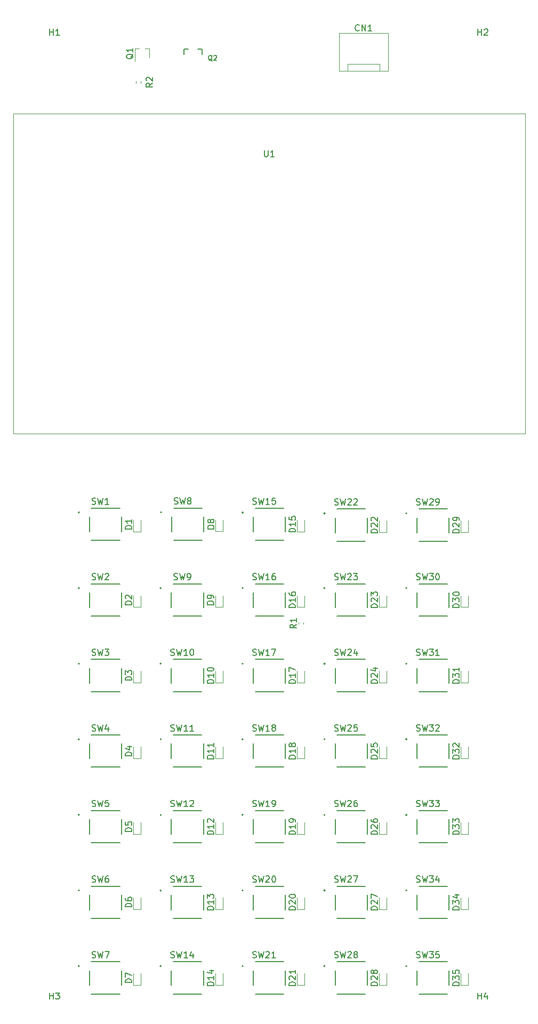
<source format=gbr>
%TF.GenerationSoftware,KiCad,Pcbnew,(6.0.7)*%
%TF.CreationDate,2022-10-02T21:12:28-04:00*%
%TF.ProjectId,Calculator,43616c63-756c-4617-946f-722e6b696361,rev?*%
%TF.SameCoordinates,Original*%
%TF.FileFunction,Legend,Top*%
%TF.FilePolarity,Positive*%
%FSLAX46Y46*%
G04 Gerber Fmt 4.6, Leading zero omitted, Abs format (unit mm)*
G04 Created by KiCad (PCBNEW (6.0.7)) date 2022-10-02 21:12:28*
%MOMM*%
%LPD*%
G01*
G04 APERTURE LIST*
%ADD10C,0.150000*%
%ADD11C,0.120000*%
%ADD12C,0.203200*%
%ADD13C,0.200000*%
%ADD14C,0.127000*%
G04 APERTURE END LIST*
D10*
%TO.C,U1*%
X91208095Y-42622380D02*
X91208095Y-43431904D01*
X91255714Y-43527142D01*
X91303333Y-43574761D01*
X91398571Y-43622380D01*
X91589047Y-43622380D01*
X91684285Y-43574761D01*
X91731904Y-43527142D01*
X91779523Y-43431904D01*
X91779523Y-42622380D01*
X92779523Y-43622380D02*
X92208095Y-43622380D01*
X92493809Y-43622380D02*
X92493809Y-42622380D01*
X92398571Y-42765238D01*
X92303333Y-42860476D01*
X92208095Y-42908095D01*
%TO.C,Q2*%
X82923748Y-28438444D02*
X82847497Y-28400319D01*
X82771246Y-28324067D01*
X82656869Y-28209690D01*
X82580618Y-28171565D01*
X82504366Y-28171565D01*
X82542492Y-28362193D02*
X82466241Y-28324067D01*
X82389990Y-28247816D01*
X82351864Y-28095314D01*
X82351864Y-27828434D01*
X82389990Y-27675932D01*
X82466241Y-27599681D01*
X82542492Y-27561555D01*
X82694995Y-27561555D01*
X82771246Y-27599681D01*
X82847497Y-27675932D01*
X82885623Y-27828434D01*
X82885623Y-28095314D01*
X82847497Y-28247816D01*
X82771246Y-28324067D01*
X82694995Y-28362193D01*
X82542492Y-28362193D01*
X83190628Y-27637806D02*
X83228753Y-27599681D01*
X83305004Y-27561555D01*
X83495633Y-27561555D01*
X83571884Y-27599681D01*
X83610009Y-27637806D01*
X83648135Y-27714057D01*
X83648135Y-27790309D01*
X83610009Y-27904685D01*
X83152502Y-28362193D01*
X83648135Y-28362193D01*
%TO.C,CN1*%
X106259523Y-23582142D02*
X106211904Y-23629761D01*
X106069047Y-23677380D01*
X105973809Y-23677380D01*
X105830952Y-23629761D01*
X105735714Y-23534523D01*
X105688095Y-23439285D01*
X105640476Y-23248809D01*
X105640476Y-23105952D01*
X105688095Y-22915476D01*
X105735714Y-22820238D01*
X105830952Y-22725000D01*
X105973809Y-22677380D01*
X106069047Y-22677380D01*
X106211904Y-22725000D01*
X106259523Y-22772619D01*
X106688095Y-23677380D02*
X106688095Y-22677380D01*
X107259523Y-23677380D01*
X107259523Y-22677380D01*
X108259523Y-23677380D02*
X107688095Y-23677380D01*
X107973809Y-23677380D02*
X107973809Y-22677380D01*
X107878571Y-22820238D01*
X107783333Y-22915476D01*
X107688095Y-22963095D01*
%TO.C,SW9*%
X76841666Y-110769761D02*
X76984523Y-110817380D01*
X77222619Y-110817380D01*
X77317857Y-110769761D01*
X77365476Y-110722142D01*
X77413095Y-110626904D01*
X77413095Y-110531666D01*
X77365476Y-110436428D01*
X77317857Y-110388809D01*
X77222619Y-110341190D01*
X77032142Y-110293571D01*
X76936904Y-110245952D01*
X76889285Y-110198333D01*
X76841666Y-110103095D01*
X76841666Y-110007857D01*
X76889285Y-109912619D01*
X76936904Y-109865000D01*
X77032142Y-109817380D01*
X77270238Y-109817380D01*
X77413095Y-109865000D01*
X77746428Y-109817380D02*
X77984523Y-110817380D01*
X78175000Y-110103095D01*
X78365476Y-110817380D01*
X78603571Y-109817380D01*
X79032142Y-110817380D02*
X79222619Y-110817380D01*
X79317857Y-110769761D01*
X79365476Y-110722142D01*
X79460714Y-110579285D01*
X79508333Y-110388809D01*
X79508333Y-110007857D01*
X79460714Y-109912619D01*
X79413095Y-109865000D01*
X79317857Y-109817380D01*
X79127380Y-109817380D01*
X79032142Y-109865000D01*
X78984523Y-109912619D01*
X78936904Y-110007857D01*
X78936904Y-110245952D01*
X78984523Y-110341190D01*
X79032142Y-110388809D01*
X79127380Y-110436428D01*
X79317857Y-110436428D01*
X79413095Y-110388809D01*
X79460714Y-110341190D01*
X79508333Y-110245952D01*
%TO.C,SW25*%
X102365476Y-134769761D02*
X102508333Y-134817380D01*
X102746428Y-134817380D01*
X102841666Y-134769761D01*
X102889285Y-134722142D01*
X102936904Y-134626904D01*
X102936904Y-134531666D01*
X102889285Y-134436428D01*
X102841666Y-134388809D01*
X102746428Y-134341190D01*
X102555952Y-134293571D01*
X102460714Y-134245952D01*
X102413095Y-134198333D01*
X102365476Y-134103095D01*
X102365476Y-134007857D01*
X102413095Y-133912619D01*
X102460714Y-133865000D01*
X102555952Y-133817380D01*
X102794047Y-133817380D01*
X102936904Y-133865000D01*
X103270238Y-133817380D02*
X103508333Y-134817380D01*
X103698809Y-134103095D01*
X103889285Y-134817380D01*
X104127380Y-133817380D01*
X104460714Y-133912619D02*
X104508333Y-133865000D01*
X104603571Y-133817380D01*
X104841666Y-133817380D01*
X104936904Y-133865000D01*
X104984523Y-133912619D01*
X105032142Y-134007857D01*
X105032142Y-134103095D01*
X104984523Y-134245952D01*
X104413095Y-134817380D01*
X105032142Y-134817380D01*
X105936904Y-133817380D02*
X105460714Y-133817380D01*
X105413095Y-134293571D01*
X105460714Y-134245952D01*
X105555952Y-134198333D01*
X105794047Y-134198333D01*
X105889285Y-134245952D01*
X105936904Y-134293571D01*
X105984523Y-134388809D01*
X105984523Y-134626904D01*
X105936904Y-134722142D01*
X105889285Y-134769761D01*
X105794047Y-134817380D01*
X105555952Y-134817380D01*
X105460714Y-134769761D01*
X105413095Y-134722142D01*
%TO.C,SW2*%
X63841666Y-110769761D02*
X63984523Y-110817380D01*
X64222619Y-110817380D01*
X64317857Y-110769761D01*
X64365476Y-110722142D01*
X64413095Y-110626904D01*
X64413095Y-110531666D01*
X64365476Y-110436428D01*
X64317857Y-110388809D01*
X64222619Y-110341190D01*
X64032142Y-110293571D01*
X63936904Y-110245952D01*
X63889285Y-110198333D01*
X63841666Y-110103095D01*
X63841666Y-110007857D01*
X63889285Y-109912619D01*
X63936904Y-109865000D01*
X64032142Y-109817380D01*
X64270238Y-109817380D01*
X64413095Y-109865000D01*
X64746428Y-109817380D02*
X64984523Y-110817380D01*
X65175000Y-110103095D01*
X65365476Y-110817380D01*
X65603571Y-109817380D01*
X65936904Y-109912619D02*
X65984523Y-109865000D01*
X66079761Y-109817380D01*
X66317857Y-109817380D01*
X66413095Y-109865000D01*
X66460714Y-109912619D01*
X66508333Y-110007857D01*
X66508333Y-110103095D01*
X66460714Y-110245952D01*
X65889285Y-110817380D01*
X66508333Y-110817380D01*
%TO.C,SW27*%
X102365476Y-158769761D02*
X102508333Y-158817380D01*
X102746428Y-158817380D01*
X102841666Y-158769761D01*
X102889285Y-158722142D01*
X102936904Y-158626904D01*
X102936904Y-158531666D01*
X102889285Y-158436428D01*
X102841666Y-158388809D01*
X102746428Y-158341190D01*
X102555952Y-158293571D01*
X102460714Y-158245952D01*
X102413095Y-158198333D01*
X102365476Y-158103095D01*
X102365476Y-158007857D01*
X102413095Y-157912619D01*
X102460714Y-157865000D01*
X102555952Y-157817380D01*
X102794047Y-157817380D01*
X102936904Y-157865000D01*
X103270238Y-157817380D02*
X103508333Y-158817380D01*
X103698809Y-158103095D01*
X103889285Y-158817380D01*
X104127380Y-157817380D01*
X104460714Y-157912619D02*
X104508333Y-157865000D01*
X104603571Y-157817380D01*
X104841666Y-157817380D01*
X104936904Y-157865000D01*
X104984523Y-157912619D01*
X105032142Y-158007857D01*
X105032142Y-158103095D01*
X104984523Y-158245952D01*
X104413095Y-158817380D01*
X105032142Y-158817380D01*
X105365476Y-157817380D02*
X106032142Y-157817380D01*
X105603571Y-158817380D01*
%TO.C,SW6*%
X63841666Y-158769761D02*
X63984523Y-158817380D01*
X64222619Y-158817380D01*
X64317857Y-158769761D01*
X64365476Y-158722142D01*
X64413095Y-158626904D01*
X64413095Y-158531666D01*
X64365476Y-158436428D01*
X64317857Y-158388809D01*
X64222619Y-158341190D01*
X64032142Y-158293571D01*
X63936904Y-158245952D01*
X63889285Y-158198333D01*
X63841666Y-158103095D01*
X63841666Y-158007857D01*
X63889285Y-157912619D01*
X63936904Y-157865000D01*
X64032142Y-157817380D01*
X64270238Y-157817380D01*
X64413095Y-157865000D01*
X64746428Y-157817380D02*
X64984523Y-158817380D01*
X65175000Y-158103095D01*
X65365476Y-158817380D01*
X65603571Y-157817380D01*
X66413095Y-157817380D02*
X66222619Y-157817380D01*
X66127380Y-157865000D01*
X66079761Y-157912619D01*
X65984523Y-158055476D01*
X65936904Y-158245952D01*
X65936904Y-158626904D01*
X65984523Y-158722142D01*
X66032142Y-158769761D01*
X66127380Y-158817380D01*
X66317857Y-158817380D01*
X66413095Y-158769761D01*
X66460714Y-158722142D01*
X66508333Y-158626904D01*
X66508333Y-158388809D01*
X66460714Y-158293571D01*
X66413095Y-158245952D01*
X66317857Y-158198333D01*
X66127380Y-158198333D01*
X66032142Y-158245952D01*
X65984523Y-158293571D01*
X65936904Y-158388809D01*
%TO.C,D6*%
X70152380Y-162738095D02*
X69152380Y-162738095D01*
X69152380Y-162500000D01*
X69200000Y-162357142D01*
X69295238Y-162261904D01*
X69390476Y-162214285D01*
X69580952Y-162166666D01*
X69723809Y-162166666D01*
X69914285Y-162214285D01*
X70009523Y-162261904D01*
X70104761Y-162357142D01*
X70152380Y-162500000D01*
X70152380Y-162738095D01*
X69152380Y-161309523D02*
X69152380Y-161500000D01*
X69200000Y-161595238D01*
X69247619Y-161642857D01*
X69390476Y-161738095D01*
X69580952Y-161785714D01*
X69961904Y-161785714D01*
X70057142Y-161738095D01*
X70104761Y-161690476D01*
X70152380Y-161595238D01*
X70152380Y-161404761D01*
X70104761Y-161309523D01*
X70057142Y-161261904D01*
X69961904Y-161214285D01*
X69723809Y-161214285D01*
X69628571Y-161261904D01*
X69580952Y-161309523D01*
X69533333Y-161404761D01*
X69533333Y-161595238D01*
X69580952Y-161690476D01*
X69628571Y-161738095D01*
X69723809Y-161785714D01*
%TO.C,SW13*%
X76365476Y-158769761D02*
X76508333Y-158817380D01*
X76746428Y-158817380D01*
X76841666Y-158769761D01*
X76889285Y-158722142D01*
X76936904Y-158626904D01*
X76936904Y-158531666D01*
X76889285Y-158436428D01*
X76841666Y-158388809D01*
X76746428Y-158341190D01*
X76555952Y-158293571D01*
X76460714Y-158245952D01*
X76413095Y-158198333D01*
X76365476Y-158103095D01*
X76365476Y-158007857D01*
X76413095Y-157912619D01*
X76460714Y-157865000D01*
X76555952Y-157817380D01*
X76794047Y-157817380D01*
X76936904Y-157865000D01*
X77270238Y-157817380D02*
X77508333Y-158817380D01*
X77698809Y-158103095D01*
X77889285Y-158817380D01*
X78127380Y-157817380D01*
X79032142Y-158817380D02*
X78460714Y-158817380D01*
X78746428Y-158817380D02*
X78746428Y-157817380D01*
X78651190Y-157960238D01*
X78555952Y-158055476D01*
X78460714Y-158103095D01*
X79365476Y-157817380D02*
X79984523Y-157817380D01*
X79651190Y-158198333D01*
X79794047Y-158198333D01*
X79889285Y-158245952D01*
X79936904Y-158293571D01*
X79984523Y-158388809D01*
X79984523Y-158626904D01*
X79936904Y-158722142D01*
X79889285Y-158769761D01*
X79794047Y-158817380D01*
X79508333Y-158817380D01*
X79413095Y-158769761D01*
X79365476Y-158722142D01*
%TO.C,D32*%
X122152380Y-139214285D02*
X121152380Y-139214285D01*
X121152380Y-138976190D01*
X121200000Y-138833333D01*
X121295238Y-138738095D01*
X121390476Y-138690476D01*
X121580952Y-138642857D01*
X121723809Y-138642857D01*
X121914285Y-138690476D01*
X122009523Y-138738095D01*
X122104761Y-138833333D01*
X122152380Y-138976190D01*
X122152380Y-139214285D01*
X121152380Y-138309523D02*
X121152380Y-137690476D01*
X121533333Y-138023809D01*
X121533333Y-137880952D01*
X121580952Y-137785714D01*
X121628571Y-137738095D01*
X121723809Y-137690476D01*
X121961904Y-137690476D01*
X122057142Y-137738095D01*
X122104761Y-137785714D01*
X122152380Y-137880952D01*
X122152380Y-138166666D01*
X122104761Y-138261904D01*
X122057142Y-138309523D01*
X121247619Y-137309523D02*
X121200000Y-137261904D01*
X121152380Y-137166666D01*
X121152380Y-136928571D01*
X121200000Y-136833333D01*
X121247619Y-136785714D01*
X121342857Y-136738095D01*
X121438095Y-136738095D01*
X121580952Y-136785714D01*
X122152380Y-137357142D01*
X122152380Y-136738095D01*
%TO.C,D11*%
X83152380Y-139214285D02*
X82152380Y-139214285D01*
X82152380Y-138976190D01*
X82200000Y-138833333D01*
X82295238Y-138738095D01*
X82390476Y-138690476D01*
X82580952Y-138642857D01*
X82723809Y-138642857D01*
X82914285Y-138690476D01*
X83009523Y-138738095D01*
X83104761Y-138833333D01*
X83152380Y-138976190D01*
X83152380Y-139214285D01*
X83152380Y-137690476D02*
X83152380Y-138261904D01*
X83152380Y-137976190D02*
X82152380Y-137976190D01*
X82295238Y-138071428D01*
X82390476Y-138166666D01*
X82438095Y-138261904D01*
X83152380Y-136738095D02*
X83152380Y-137309523D01*
X83152380Y-137023809D02*
X82152380Y-137023809D01*
X82295238Y-137119047D01*
X82390476Y-137214285D01*
X82438095Y-137309523D01*
%TO.C,D7*%
X70152380Y-174738095D02*
X69152380Y-174738095D01*
X69152380Y-174500000D01*
X69200000Y-174357142D01*
X69295238Y-174261904D01*
X69390476Y-174214285D01*
X69580952Y-174166666D01*
X69723809Y-174166666D01*
X69914285Y-174214285D01*
X70009523Y-174261904D01*
X70104761Y-174357142D01*
X70152380Y-174500000D01*
X70152380Y-174738095D01*
X69152380Y-173833333D02*
X69152380Y-173166666D01*
X70152380Y-173595238D01*
%TO.C,D27*%
X109152380Y-163214285D02*
X108152380Y-163214285D01*
X108152380Y-162976190D01*
X108200000Y-162833333D01*
X108295238Y-162738095D01*
X108390476Y-162690476D01*
X108580952Y-162642857D01*
X108723809Y-162642857D01*
X108914285Y-162690476D01*
X109009523Y-162738095D01*
X109104761Y-162833333D01*
X109152380Y-162976190D01*
X109152380Y-163214285D01*
X108247619Y-162261904D02*
X108200000Y-162214285D01*
X108152380Y-162119047D01*
X108152380Y-161880952D01*
X108200000Y-161785714D01*
X108247619Y-161738095D01*
X108342857Y-161690476D01*
X108438095Y-161690476D01*
X108580952Y-161738095D01*
X109152380Y-162309523D01*
X109152380Y-161690476D01*
X108152380Y-161357142D02*
X108152380Y-160690476D01*
X109152380Y-161119047D01*
%TO.C,R2*%
X73452380Y-31966666D02*
X72976190Y-32300000D01*
X73452380Y-32538095D02*
X72452380Y-32538095D01*
X72452380Y-32157142D01*
X72500000Y-32061904D01*
X72547619Y-32014285D01*
X72642857Y-31966666D01*
X72785714Y-31966666D01*
X72880952Y-32014285D01*
X72928571Y-32061904D01*
X72976190Y-32157142D01*
X72976190Y-32538095D01*
X72547619Y-31585714D02*
X72500000Y-31538095D01*
X72452380Y-31442857D01*
X72452380Y-31204761D01*
X72500000Y-31109523D01*
X72547619Y-31061904D01*
X72642857Y-31014285D01*
X72738095Y-31014285D01*
X72880952Y-31061904D01*
X73452380Y-31633333D01*
X73452380Y-31014285D01*
%TO.C,D5*%
X70152380Y-150738095D02*
X69152380Y-150738095D01*
X69152380Y-150500000D01*
X69200000Y-150357142D01*
X69295238Y-150261904D01*
X69390476Y-150214285D01*
X69580952Y-150166666D01*
X69723809Y-150166666D01*
X69914285Y-150214285D01*
X70009523Y-150261904D01*
X70104761Y-150357142D01*
X70152380Y-150500000D01*
X70152380Y-150738095D01*
X69152380Y-149261904D02*
X69152380Y-149738095D01*
X69628571Y-149785714D01*
X69580952Y-149738095D01*
X69533333Y-149642857D01*
X69533333Y-149404761D01*
X69580952Y-149309523D01*
X69628571Y-149261904D01*
X69723809Y-149214285D01*
X69961904Y-149214285D01*
X70057142Y-149261904D01*
X70104761Y-149309523D01*
X70152380Y-149404761D01*
X70152380Y-149642857D01*
X70104761Y-149738095D01*
X70057142Y-149785714D01*
%TO.C,R1*%
X96282380Y-117876666D02*
X95806190Y-118210000D01*
X96282380Y-118448095D02*
X95282380Y-118448095D01*
X95282380Y-118067142D01*
X95330000Y-117971904D01*
X95377619Y-117924285D01*
X95472857Y-117876666D01*
X95615714Y-117876666D01*
X95710952Y-117924285D01*
X95758571Y-117971904D01*
X95806190Y-118067142D01*
X95806190Y-118448095D01*
X96282380Y-116924285D02*
X96282380Y-117495714D01*
X96282380Y-117210000D02*
X95282380Y-117210000D01*
X95425238Y-117305238D01*
X95520476Y-117400476D01*
X95568095Y-117495714D01*
%TO.C,D29*%
X122152380Y-103339285D02*
X121152380Y-103339285D01*
X121152380Y-103101190D01*
X121200000Y-102958333D01*
X121295238Y-102863095D01*
X121390476Y-102815476D01*
X121580952Y-102767857D01*
X121723809Y-102767857D01*
X121914285Y-102815476D01*
X122009523Y-102863095D01*
X122104761Y-102958333D01*
X122152380Y-103101190D01*
X122152380Y-103339285D01*
X121247619Y-102386904D02*
X121200000Y-102339285D01*
X121152380Y-102244047D01*
X121152380Y-102005952D01*
X121200000Y-101910714D01*
X121247619Y-101863095D01*
X121342857Y-101815476D01*
X121438095Y-101815476D01*
X121580952Y-101863095D01*
X122152380Y-102434523D01*
X122152380Y-101815476D01*
X122152380Y-101339285D02*
X122152380Y-101148809D01*
X122104761Y-101053571D01*
X122057142Y-101005952D01*
X121914285Y-100910714D01*
X121723809Y-100863095D01*
X121342857Y-100863095D01*
X121247619Y-100910714D01*
X121200000Y-100958333D01*
X121152380Y-101053571D01*
X121152380Y-101244047D01*
X121200000Y-101339285D01*
X121247619Y-101386904D01*
X121342857Y-101434523D01*
X121580952Y-101434523D01*
X121676190Y-101386904D01*
X121723809Y-101339285D01*
X121771428Y-101244047D01*
X121771428Y-101053571D01*
X121723809Y-100958333D01*
X121676190Y-100910714D01*
X121580952Y-100863095D01*
%TO.C,D25*%
X109152380Y-139214285D02*
X108152380Y-139214285D01*
X108152380Y-138976190D01*
X108200000Y-138833333D01*
X108295238Y-138738095D01*
X108390476Y-138690476D01*
X108580952Y-138642857D01*
X108723809Y-138642857D01*
X108914285Y-138690476D01*
X109009523Y-138738095D01*
X109104761Y-138833333D01*
X109152380Y-138976190D01*
X109152380Y-139214285D01*
X108247619Y-138261904D02*
X108200000Y-138214285D01*
X108152380Y-138119047D01*
X108152380Y-137880952D01*
X108200000Y-137785714D01*
X108247619Y-137738095D01*
X108342857Y-137690476D01*
X108438095Y-137690476D01*
X108580952Y-137738095D01*
X109152380Y-138309523D01*
X109152380Y-137690476D01*
X108152380Y-136785714D02*
X108152380Y-137261904D01*
X108628571Y-137309523D01*
X108580952Y-137261904D01*
X108533333Y-137166666D01*
X108533333Y-136928571D01*
X108580952Y-136833333D01*
X108628571Y-136785714D01*
X108723809Y-136738095D01*
X108961904Y-136738095D01*
X109057142Y-136785714D01*
X109104761Y-136833333D01*
X109152380Y-136928571D01*
X109152380Y-137166666D01*
X109104761Y-137261904D01*
X109057142Y-137309523D01*
%TO.C,SW14*%
X76365476Y-170769761D02*
X76508333Y-170817380D01*
X76746428Y-170817380D01*
X76841666Y-170769761D01*
X76889285Y-170722142D01*
X76936904Y-170626904D01*
X76936904Y-170531666D01*
X76889285Y-170436428D01*
X76841666Y-170388809D01*
X76746428Y-170341190D01*
X76555952Y-170293571D01*
X76460714Y-170245952D01*
X76413095Y-170198333D01*
X76365476Y-170103095D01*
X76365476Y-170007857D01*
X76413095Y-169912619D01*
X76460714Y-169865000D01*
X76555952Y-169817380D01*
X76794047Y-169817380D01*
X76936904Y-169865000D01*
X77270238Y-169817380D02*
X77508333Y-170817380D01*
X77698809Y-170103095D01*
X77889285Y-170817380D01*
X78127380Y-169817380D01*
X79032142Y-170817380D02*
X78460714Y-170817380D01*
X78746428Y-170817380D02*
X78746428Y-169817380D01*
X78651190Y-169960238D01*
X78555952Y-170055476D01*
X78460714Y-170103095D01*
X79889285Y-170150714D02*
X79889285Y-170817380D01*
X79651190Y-169769761D02*
X79413095Y-170484047D01*
X80032142Y-170484047D01*
%TO.C,SW20*%
X89365476Y-158769761D02*
X89508333Y-158817380D01*
X89746428Y-158817380D01*
X89841666Y-158769761D01*
X89889285Y-158722142D01*
X89936904Y-158626904D01*
X89936904Y-158531666D01*
X89889285Y-158436428D01*
X89841666Y-158388809D01*
X89746428Y-158341190D01*
X89555952Y-158293571D01*
X89460714Y-158245952D01*
X89413095Y-158198333D01*
X89365476Y-158103095D01*
X89365476Y-158007857D01*
X89413095Y-157912619D01*
X89460714Y-157865000D01*
X89555952Y-157817380D01*
X89794047Y-157817380D01*
X89936904Y-157865000D01*
X90270238Y-157817380D02*
X90508333Y-158817380D01*
X90698809Y-158103095D01*
X90889285Y-158817380D01*
X91127380Y-157817380D01*
X91460714Y-157912619D02*
X91508333Y-157865000D01*
X91603571Y-157817380D01*
X91841666Y-157817380D01*
X91936904Y-157865000D01*
X91984523Y-157912619D01*
X92032142Y-158007857D01*
X92032142Y-158103095D01*
X91984523Y-158245952D01*
X91413095Y-158817380D01*
X92032142Y-158817380D01*
X92651190Y-157817380D02*
X92746428Y-157817380D01*
X92841666Y-157865000D01*
X92889285Y-157912619D01*
X92936904Y-158007857D01*
X92984523Y-158198333D01*
X92984523Y-158436428D01*
X92936904Y-158626904D01*
X92889285Y-158722142D01*
X92841666Y-158769761D01*
X92746428Y-158817380D01*
X92651190Y-158817380D01*
X92555952Y-158769761D01*
X92508333Y-158722142D01*
X92460714Y-158626904D01*
X92413095Y-158436428D01*
X92413095Y-158198333D01*
X92460714Y-158007857D01*
X92508333Y-157912619D01*
X92555952Y-157865000D01*
X92651190Y-157817380D01*
%TO.C,D4*%
X70152380Y-138738095D02*
X69152380Y-138738095D01*
X69152380Y-138500000D01*
X69200000Y-138357142D01*
X69295238Y-138261904D01*
X69390476Y-138214285D01*
X69580952Y-138166666D01*
X69723809Y-138166666D01*
X69914285Y-138214285D01*
X70009523Y-138261904D01*
X70104761Y-138357142D01*
X70152380Y-138500000D01*
X70152380Y-138738095D01*
X69485714Y-137309523D02*
X70152380Y-137309523D01*
X69104761Y-137547619D02*
X69819047Y-137785714D01*
X69819047Y-137166666D01*
%TO.C,SW33*%
X115365476Y-146769761D02*
X115508333Y-146817380D01*
X115746428Y-146817380D01*
X115841666Y-146769761D01*
X115889285Y-146722142D01*
X115936904Y-146626904D01*
X115936904Y-146531666D01*
X115889285Y-146436428D01*
X115841666Y-146388809D01*
X115746428Y-146341190D01*
X115555952Y-146293571D01*
X115460714Y-146245952D01*
X115413095Y-146198333D01*
X115365476Y-146103095D01*
X115365476Y-146007857D01*
X115413095Y-145912619D01*
X115460714Y-145865000D01*
X115555952Y-145817380D01*
X115794047Y-145817380D01*
X115936904Y-145865000D01*
X116270238Y-145817380D02*
X116508333Y-146817380D01*
X116698809Y-146103095D01*
X116889285Y-146817380D01*
X117127380Y-145817380D01*
X117413095Y-145817380D02*
X118032142Y-145817380D01*
X117698809Y-146198333D01*
X117841666Y-146198333D01*
X117936904Y-146245952D01*
X117984523Y-146293571D01*
X118032142Y-146388809D01*
X118032142Y-146626904D01*
X117984523Y-146722142D01*
X117936904Y-146769761D01*
X117841666Y-146817380D01*
X117555952Y-146817380D01*
X117460714Y-146769761D01*
X117413095Y-146722142D01*
X118365476Y-145817380D02*
X118984523Y-145817380D01*
X118651190Y-146198333D01*
X118794047Y-146198333D01*
X118889285Y-146245952D01*
X118936904Y-146293571D01*
X118984523Y-146388809D01*
X118984523Y-146626904D01*
X118936904Y-146722142D01*
X118889285Y-146769761D01*
X118794047Y-146817380D01*
X118508333Y-146817380D01*
X118413095Y-146769761D01*
X118365476Y-146722142D01*
%TO.C,D22*%
X109152380Y-103339285D02*
X108152380Y-103339285D01*
X108152380Y-103101190D01*
X108200000Y-102958333D01*
X108295238Y-102863095D01*
X108390476Y-102815476D01*
X108580952Y-102767857D01*
X108723809Y-102767857D01*
X108914285Y-102815476D01*
X109009523Y-102863095D01*
X109104761Y-102958333D01*
X109152380Y-103101190D01*
X109152380Y-103339285D01*
X108247619Y-102386904D02*
X108200000Y-102339285D01*
X108152380Y-102244047D01*
X108152380Y-102005952D01*
X108200000Y-101910714D01*
X108247619Y-101863095D01*
X108342857Y-101815476D01*
X108438095Y-101815476D01*
X108580952Y-101863095D01*
X109152380Y-102434523D01*
X109152380Y-101815476D01*
X108247619Y-101434523D02*
X108200000Y-101386904D01*
X108152380Y-101291666D01*
X108152380Y-101053571D01*
X108200000Y-100958333D01*
X108247619Y-100910714D01*
X108342857Y-100863095D01*
X108438095Y-100863095D01*
X108580952Y-100910714D01*
X109152380Y-101482142D01*
X109152380Y-100863095D01*
%TO.C,D21*%
X96152380Y-175214285D02*
X95152380Y-175214285D01*
X95152380Y-174976190D01*
X95200000Y-174833333D01*
X95295238Y-174738095D01*
X95390476Y-174690476D01*
X95580952Y-174642857D01*
X95723809Y-174642857D01*
X95914285Y-174690476D01*
X96009523Y-174738095D01*
X96104761Y-174833333D01*
X96152380Y-174976190D01*
X96152380Y-175214285D01*
X95247619Y-174261904D02*
X95200000Y-174214285D01*
X95152380Y-174119047D01*
X95152380Y-173880952D01*
X95200000Y-173785714D01*
X95247619Y-173738095D01*
X95342857Y-173690476D01*
X95438095Y-173690476D01*
X95580952Y-173738095D01*
X96152380Y-174309523D01*
X96152380Y-173690476D01*
X96152380Y-172738095D02*
X96152380Y-173309523D01*
X96152380Y-173023809D02*
X95152380Y-173023809D01*
X95295238Y-173119047D01*
X95390476Y-173214285D01*
X95438095Y-173309523D01*
%TO.C,H2*%
X125113095Y-24377380D02*
X125113095Y-23377380D01*
X125113095Y-23853571D02*
X125684523Y-23853571D01*
X125684523Y-24377380D02*
X125684523Y-23377380D01*
X126113095Y-23472619D02*
X126160714Y-23425000D01*
X126255952Y-23377380D01*
X126494047Y-23377380D01*
X126589285Y-23425000D01*
X126636904Y-23472619D01*
X126684523Y-23567857D01*
X126684523Y-23663095D01*
X126636904Y-23805952D01*
X126065476Y-24377380D01*
X126684523Y-24377380D01*
%TO.C,D18*%
X96152380Y-139214285D02*
X95152380Y-139214285D01*
X95152380Y-138976190D01*
X95200000Y-138833333D01*
X95295238Y-138738095D01*
X95390476Y-138690476D01*
X95580952Y-138642857D01*
X95723809Y-138642857D01*
X95914285Y-138690476D01*
X96009523Y-138738095D01*
X96104761Y-138833333D01*
X96152380Y-138976190D01*
X96152380Y-139214285D01*
X96152380Y-137690476D02*
X96152380Y-138261904D01*
X96152380Y-137976190D02*
X95152380Y-137976190D01*
X95295238Y-138071428D01*
X95390476Y-138166666D01*
X95438095Y-138261904D01*
X95580952Y-137119047D02*
X95533333Y-137214285D01*
X95485714Y-137261904D01*
X95390476Y-137309523D01*
X95342857Y-137309523D01*
X95247619Y-137261904D01*
X95200000Y-137214285D01*
X95152380Y-137119047D01*
X95152380Y-136928571D01*
X95200000Y-136833333D01*
X95247619Y-136785714D01*
X95342857Y-136738095D01*
X95390476Y-136738095D01*
X95485714Y-136785714D01*
X95533333Y-136833333D01*
X95580952Y-136928571D01*
X95580952Y-137119047D01*
X95628571Y-137214285D01*
X95676190Y-137261904D01*
X95771428Y-137309523D01*
X95961904Y-137309523D01*
X96057142Y-137261904D01*
X96104761Y-137214285D01*
X96152380Y-137119047D01*
X96152380Y-136928571D01*
X96104761Y-136833333D01*
X96057142Y-136785714D01*
X95961904Y-136738095D01*
X95771428Y-136738095D01*
X95676190Y-136785714D01*
X95628571Y-136833333D01*
X95580952Y-136928571D01*
%TO.C,D35*%
X122152380Y-175214285D02*
X121152380Y-175214285D01*
X121152380Y-174976190D01*
X121200000Y-174833333D01*
X121295238Y-174738095D01*
X121390476Y-174690476D01*
X121580952Y-174642857D01*
X121723809Y-174642857D01*
X121914285Y-174690476D01*
X122009523Y-174738095D01*
X122104761Y-174833333D01*
X122152380Y-174976190D01*
X122152380Y-175214285D01*
X121152380Y-174309523D02*
X121152380Y-173690476D01*
X121533333Y-174023809D01*
X121533333Y-173880952D01*
X121580952Y-173785714D01*
X121628571Y-173738095D01*
X121723809Y-173690476D01*
X121961904Y-173690476D01*
X122057142Y-173738095D01*
X122104761Y-173785714D01*
X122152380Y-173880952D01*
X122152380Y-174166666D01*
X122104761Y-174261904D01*
X122057142Y-174309523D01*
X121152380Y-172785714D02*
X121152380Y-173261904D01*
X121628571Y-173309523D01*
X121580952Y-173261904D01*
X121533333Y-173166666D01*
X121533333Y-172928571D01*
X121580952Y-172833333D01*
X121628571Y-172785714D01*
X121723809Y-172738095D01*
X121961904Y-172738095D01*
X122057142Y-172785714D01*
X122104761Y-172833333D01*
X122152380Y-172928571D01*
X122152380Y-173166666D01*
X122104761Y-173261904D01*
X122057142Y-173309523D01*
%TO.C,D19*%
X96152380Y-151214285D02*
X95152380Y-151214285D01*
X95152380Y-150976190D01*
X95200000Y-150833333D01*
X95295238Y-150738095D01*
X95390476Y-150690476D01*
X95580952Y-150642857D01*
X95723809Y-150642857D01*
X95914285Y-150690476D01*
X96009523Y-150738095D01*
X96104761Y-150833333D01*
X96152380Y-150976190D01*
X96152380Y-151214285D01*
X96152380Y-149690476D02*
X96152380Y-150261904D01*
X96152380Y-149976190D02*
X95152380Y-149976190D01*
X95295238Y-150071428D01*
X95390476Y-150166666D01*
X95438095Y-150261904D01*
X96152380Y-149214285D02*
X96152380Y-149023809D01*
X96104761Y-148928571D01*
X96057142Y-148880952D01*
X95914285Y-148785714D01*
X95723809Y-148738095D01*
X95342857Y-148738095D01*
X95247619Y-148785714D01*
X95200000Y-148833333D01*
X95152380Y-148928571D01*
X95152380Y-149119047D01*
X95200000Y-149214285D01*
X95247619Y-149261904D01*
X95342857Y-149309523D01*
X95580952Y-149309523D01*
X95676190Y-149261904D01*
X95723809Y-149214285D01*
X95771428Y-149119047D01*
X95771428Y-148928571D01*
X95723809Y-148833333D01*
X95676190Y-148785714D01*
X95580952Y-148738095D01*
%TO.C,H1*%
X57113095Y-24377380D02*
X57113095Y-23377380D01*
X57113095Y-23853571D02*
X57684523Y-23853571D01*
X57684523Y-24377380D02*
X57684523Y-23377380D01*
X58684523Y-24377380D02*
X58113095Y-24377380D01*
X58398809Y-24377380D02*
X58398809Y-23377380D01*
X58303571Y-23520238D01*
X58208333Y-23615476D01*
X58113095Y-23663095D01*
%TO.C,D3*%
X70152380Y-126738095D02*
X69152380Y-126738095D01*
X69152380Y-126500000D01*
X69200000Y-126357142D01*
X69295238Y-126261904D01*
X69390476Y-126214285D01*
X69580952Y-126166666D01*
X69723809Y-126166666D01*
X69914285Y-126214285D01*
X70009523Y-126261904D01*
X70104761Y-126357142D01*
X70152380Y-126500000D01*
X70152380Y-126738095D01*
X69152380Y-125833333D02*
X69152380Y-125214285D01*
X69533333Y-125547619D01*
X69533333Y-125404761D01*
X69580952Y-125309523D01*
X69628571Y-125261904D01*
X69723809Y-125214285D01*
X69961904Y-125214285D01*
X70057142Y-125261904D01*
X70104761Y-125309523D01*
X70152380Y-125404761D01*
X70152380Y-125690476D01*
X70104761Y-125785714D01*
X70057142Y-125833333D01*
%TO.C,D26*%
X109152380Y-151214285D02*
X108152380Y-151214285D01*
X108152380Y-150976190D01*
X108200000Y-150833333D01*
X108295238Y-150738095D01*
X108390476Y-150690476D01*
X108580952Y-150642857D01*
X108723809Y-150642857D01*
X108914285Y-150690476D01*
X109009523Y-150738095D01*
X109104761Y-150833333D01*
X109152380Y-150976190D01*
X109152380Y-151214285D01*
X108247619Y-150261904D02*
X108200000Y-150214285D01*
X108152380Y-150119047D01*
X108152380Y-149880952D01*
X108200000Y-149785714D01*
X108247619Y-149738095D01*
X108342857Y-149690476D01*
X108438095Y-149690476D01*
X108580952Y-149738095D01*
X109152380Y-150309523D01*
X109152380Y-149690476D01*
X108152380Y-148833333D02*
X108152380Y-149023809D01*
X108200000Y-149119047D01*
X108247619Y-149166666D01*
X108390476Y-149261904D01*
X108580952Y-149309523D01*
X108961904Y-149309523D01*
X109057142Y-149261904D01*
X109104761Y-149214285D01*
X109152380Y-149119047D01*
X109152380Y-148928571D01*
X109104761Y-148833333D01*
X109057142Y-148785714D01*
X108961904Y-148738095D01*
X108723809Y-148738095D01*
X108628571Y-148785714D01*
X108580952Y-148833333D01*
X108533333Y-148928571D01*
X108533333Y-149119047D01*
X108580952Y-149214285D01*
X108628571Y-149261904D01*
X108723809Y-149309523D01*
%TO.C,SW22*%
X102365476Y-98894761D02*
X102508333Y-98942380D01*
X102746428Y-98942380D01*
X102841666Y-98894761D01*
X102889285Y-98847142D01*
X102936904Y-98751904D01*
X102936904Y-98656666D01*
X102889285Y-98561428D01*
X102841666Y-98513809D01*
X102746428Y-98466190D01*
X102555952Y-98418571D01*
X102460714Y-98370952D01*
X102413095Y-98323333D01*
X102365476Y-98228095D01*
X102365476Y-98132857D01*
X102413095Y-98037619D01*
X102460714Y-97990000D01*
X102555952Y-97942380D01*
X102794047Y-97942380D01*
X102936904Y-97990000D01*
X103270238Y-97942380D02*
X103508333Y-98942380D01*
X103698809Y-98228095D01*
X103889285Y-98942380D01*
X104127380Y-97942380D01*
X104460714Y-98037619D02*
X104508333Y-97990000D01*
X104603571Y-97942380D01*
X104841666Y-97942380D01*
X104936904Y-97990000D01*
X104984523Y-98037619D01*
X105032142Y-98132857D01*
X105032142Y-98228095D01*
X104984523Y-98370952D01*
X104413095Y-98942380D01*
X105032142Y-98942380D01*
X105413095Y-98037619D02*
X105460714Y-97990000D01*
X105555952Y-97942380D01*
X105794047Y-97942380D01*
X105889285Y-97990000D01*
X105936904Y-98037619D01*
X105984523Y-98132857D01*
X105984523Y-98228095D01*
X105936904Y-98370952D01*
X105365476Y-98942380D01*
X105984523Y-98942380D01*
%TO.C,SW5*%
X63841666Y-146769761D02*
X63984523Y-146817380D01*
X64222619Y-146817380D01*
X64317857Y-146769761D01*
X64365476Y-146722142D01*
X64413095Y-146626904D01*
X64413095Y-146531666D01*
X64365476Y-146436428D01*
X64317857Y-146388809D01*
X64222619Y-146341190D01*
X64032142Y-146293571D01*
X63936904Y-146245952D01*
X63889285Y-146198333D01*
X63841666Y-146103095D01*
X63841666Y-146007857D01*
X63889285Y-145912619D01*
X63936904Y-145865000D01*
X64032142Y-145817380D01*
X64270238Y-145817380D01*
X64413095Y-145865000D01*
X64746428Y-145817380D02*
X64984523Y-146817380D01*
X65175000Y-146103095D01*
X65365476Y-146817380D01*
X65603571Y-145817380D01*
X66460714Y-145817380D02*
X65984523Y-145817380D01*
X65936904Y-146293571D01*
X65984523Y-146245952D01*
X66079761Y-146198333D01*
X66317857Y-146198333D01*
X66413095Y-146245952D01*
X66460714Y-146293571D01*
X66508333Y-146388809D01*
X66508333Y-146626904D01*
X66460714Y-146722142D01*
X66413095Y-146769761D01*
X66317857Y-146817380D01*
X66079761Y-146817380D01*
X65984523Y-146769761D01*
X65936904Y-146722142D01*
%TO.C,D30*%
X122152380Y-115214285D02*
X121152380Y-115214285D01*
X121152380Y-114976190D01*
X121200000Y-114833333D01*
X121295238Y-114738095D01*
X121390476Y-114690476D01*
X121580952Y-114642857D01*
X121723809Y-114642857D01*
X121914285Y-114690476D01*
X122009523Y-114738095D01*
X122104761Y-114833333D01*
X122152380Y-114976190D01*
X122152380Y-115214285D01*
X121152380Y-114309523D02*
X121152380Y-113690476D01*
X121533333Y-114023809D01*
X121533333Y-113880952D01*
X121580952Y-113785714D01*
X121628571Y-113738095D01*
X121723809Y-113690476D01*
X121961904Y-113690476D01*
X122057142Y-113738095D01*
X122104761Y-113785714D01*
X122152380Y-113880952D01*
X122152380Y-114166666D01*
X122104761Y-114261904D01*
X122057142Y-114309523D01*
X121152380Y-113071428D02*
X121152380Y-112976190D01*
X121200000Y-112880952D01*
X121247619Y-112833333D01*
X121342857Y-112785714D01*
X121533333Y-112738095D01*
X121771428Y-112738095D01*
X121961904Y-112785714D01*
X122057142Y-112833333D01*
X122104761Y-112880952D01*
X122152380Y-112976190D01*
X122152380Y-113071428D01*
X122104761Y-113166666D01*
X122057142Y-113214285D01*
X121961904Y-113261904D01*
X121771428Y-113309523D01*
X121533333Y-113309523D01*
X121342857Y-113261904D01*
X121247619Y-113214285D01*
X121200000Y-113166666D01*
X121152380Y-113071428D01*
%TO.C,D2*%
X70152380Y-114738095D02*
X69152380Y-114738095D01*
X69152380Y-114500000D01*
X69200000Y-114357142D01*
X69295238Y-114261904D01*
X69390476Y-114214285D01*
X69580952Y-114166666D01*
X69723809Y-114166666D01*
X69914285Y-114214285D01*
X70009523Y-114261904D01*
X70104761Y-114357142D01*
X70152380Y-114500000D01*
X70152380Y-114738095D01*
X69247619Y-113785714D02*
X69200000Y-113738095D01*
X69152380Y-113642857D01*
X69152380Y-113404761D01*
X69200000Y-113309523D01*
X69247619Y-113261904D01*
X69342857Y-113214285D01*
X69438095Y-113214285D01*
X69580952Y-113261904D01*
X70152380Y-113833333D01*
X70152380Y-113214285D01*
%TO.C,D13*%
X83152380Y-163214285D02*
X82152380Y-163214285D01*
X82152380Y-162976190D01*
X82200000Y-162833333D01*
X82295238Y-162738095D01*
X82390476Y-162690476D01*
X82580952Y-162642857D01*
X82723809Y-162642857D01*
X82914285Y-162690476D01*
X83009523Y-162738095D01*
X83104761Y-162833333D01*
X83152380Y-162976190D01*
X83152380Y-163214285D01*
X83152380Y-161690476D02*
X83152380Y-162261904D01*
X83152380Y-161976190D02*
X82152380Y-161976190D01*
X82295238Y-162071428D01*
X82390476Y-162166666D01*
X82438095Y-162261904D01*
X82152380Y-161357142D02*
X82152380Y-160738095D01*
X82533333Y-161071428D01*
X82533333Y-160928571D01*
X82580952Y-160833333D01*
X82628571Y-160785714D01*
X82723809Y-160738095D01*
X82961904Y-160738095D01*
X83057142Y-160785714D01*
X83104761Y-160833333D01*
X83152380Y-160928571D01*
X83152380Y-161214285D01*
X83104761Y-161309523D01*
X83057142Y-161357142D01*
%TO.C,SW32*%
X115365476Y-134769761D02*
X115508333Y-134817380D01*
X115746428Y-134817380D01*
X115841666Y-134769761D01*
X115889285Y-134722142D01*
X115936904Y-134626904D01*
X115936904Y-134531666D01*
X115889285Y-134436428D01*
X115841666Y-134388809D01*
X115746428Y-134341190D01*
X115555952Y-134293571D01*
X115460714Y-134245952D01*
X115413095Y-134198333D01*
X115365476Y-134103095D01*
X115365476Y-134007857D01*
X115413095Y-133912619D01*
X115460714Y-133865000D01*
X115555952Y-133817380D01*
X115794047Y-133817380D01*
X115936904Y-133865000D01*
X116270238Y-133817380D02*
X116508333Y-134817380D01*
X116698809Y-134103095D01*
X116889285Y-134817380D01*
X117127380Y-133817380D01*
X117413095Y-133817380D02*
X118032142Y-133817380D01*
X117698809Y-134198333D01*
X117841666Y-134198333D01*
X117936904Y-134245952D01*
X117984523Y-134293571D01*
X118032142Y-134388809D01*
X118032142Y-134626904D01*
X117984523Y-134722142D01*
X117936904Y-134769761D01*
X117841666Y-134817380D01*
X117555952Y-134817380D01*
X117460714Y-134769761D01*
X117413095Y-134722142D01*
X118413095Y-133912619D02*
X118460714Y-133865000D01*
X118555952Y-133817380D01*
X118794047Y-133817380D01*
X118889285Y-133865000D01*
X118936904Y-133912619D01*
X118984523Y-134007857D01*
X118984523Y-134103095D01*
X118936904Y-134245952D01*
X118365476Y-134817380D01*
X118984523Y-134817380D01*
%TO.C,SW12*%
X76365476Y-146769761D02*
X76508333Y-146817380D01*
X76746428Y-146817380D01*
X76841666Y-146769761D01*
X76889285Y-146722142D01*
X76936904Y-146626904D01*
X76936904Y-146531666D01*
X76889285Y-146436428D01*
X76841666Y-146388809D01*
X76746428Y-146341190D01*
X76555952Y-146293571D01*
X76460714Y-146245952D01*
X76413095Y-146198333D01*
X76365476Y-146103095D01*
X76365476Y-146007857D01*
X76413095Y-145912619D01*
X76460714Y-145865000D01*
X76555952Y-145817380D01*
X76794047Y-145817380D01*
X76936904Y-145865000D01*
X77270238Y-145817380D02*
X77508333Y-146817380D01*
X77698809Y-146103095D01*
X77889285Y-146817380D01*
X78127380Y-145817380D01*
X79032142Y-146817380D02*
X78460714Y-146817380D01*
X78746428Y-146817380D02*
X78746428Y-145817380D01*
X78651190Y-145960238D01*
X78555952Y-146055476D01*
X78460714Y-146103095D01*
X79413095Y-145912619D02*
X79460714Y-145865000D01*
X79555952Y-145817380D01*
X79794047Y-145817380D01*
X79889285Y-145865000D01*
X79936904Y-145912619D01*
X79984523Y-146007857D01*
X79984523Y-146103095D01*
X79936904Y-146245952D01*
X79365476Y-146817380D01*
X79984523Y-146817380D01*
%TO.C,SW15*%
X89365476Y-98769761D02*
X89508333Y-98817380D01*
X89746428Y-98817380D01*
X89841666Y-98769761D01*
X89889285Y-98722142D01*
X89936904Y-98626904D01*
X89936904Y-98531666D01*
X89889285Y-98436428D01*
X89841666Y-98388809D01*
X89746428Y-98341190D01*
X89555952Y-98293571D01*
X89460714Y-98245952D01*
X89413095Y-98198333D01*
X89365476Y-98103095D01*
X89365476Y-98007857D01*
X89413095Y-97912619D01*
X89460714Y-97865000D01*
X89555952Y-97817380D01*
X89794047Y-97817380D01*
X89936904Y-97865000D01*
X90270238Y-97817380D02*
X90508333Y-98817380D01*
X90698809Y-98103095D01*
X90889285Y-98817380D01*
X91127380Y-97817380D01*
X92032142Y-98817380D02*
X91460714Y-98817380D01*
X91746428Y-98817380D02*
X91746428Y-97817380D01*
X91651190Y-97960238D01*
X91555952Y-98055476D01*
X91460714Y-98103095D01*
X92936904Y-97817380D02*
X92460714Y-97817380D01*
X92413095Y-98293571D01*
X92460714Y-98245952D01*
X92555952Y-98198333D01*
X92794047Y-98198333D01*
X92889285Y-98245952D01*
X92936904Y-98293571D01*
X92984523Y-98388809D01*
X92984523Y-98626904D01*
X92936904Y-98722142D01*
X92889285Y-98769761D01*
X92794047Y-98817380D01*
X92555952Y-98817380D01*
X92460714Y-98769761D01*
X92413095Y-98722142D01*
%TO.C,D20*%
X96152380Y-163214285D02*
X95152380Y-163214285D01*
X95152380Y-162976190D01*
X95200000Y-162833333D01*
X95295238Y-162738095D01*
X95390476Y-162690476D01*
X95580952Y-162642857D01*
X95723809Y-162642857D01*
X95914285Y-162690476D01*
X96009523Y-162738095D01*
X96104761Y-162833333D01*
X96152380Y-162976190D01*
X96152380Y-163214285D01*
X95247619Y-162261904D02*
X95200000Y-162214285D01*
X95152380Y-162119047D01*
X95152380Y-161880952D01*
X95200000Y-161785714D01*
X95247619Y-161738095D01*
X95342857Y-161690476D01*
X95438095Y-161690476D01*
X95580952Y-161738095D01*
X96152380Y-162309523D01*
X96152380Y-161690476D01*
X95152380Y-161071428D02*
X95152380Y-160976190D01*
X95200000Y-160880952D01*
X95247619Y-160833333D01*
X95342857Y-160785714D01*
X95533333Y-160738095D01*
X95771428Y-160738095D01*
X95961904Y-160785714D01*
X96057142Y-160833333D01*
X96104761Y-160880952D01*
X96152380Y-160976190D01*
X96152380Y-161071428D01*
X96104761Y-161166666D01*
X96057142Y-161214285D01*
X95961904Y-161261904D01*
X95771428Y-161309523D01*
X95533333Y-161309523D01*
X95342857Y-161261904D01*
X95247619Y-161214285D01*
X95200000Y-161166666D01*
X95152380Y-161071428D01*
%TO.C,SW16*%
X89365476Y-110769761D02*
X89508333Y-110817380D01*
X89746428Y-110817380D01*
X89841666Y-110769761D01*
X89889285Y-110722142D01*
X89936904Y-110626904D01*
X89936904Y-110531666D01*
X89889285Y-110436428D01*
X89841666Y-110388809D01*
X89746428Y-110341190D01*
X89555952Y-110293571D01*
X89460714Y-110245952D01*
X89413095Y-110198333D01*
X89365476Y-110103095D01*
X89365476Y-110007857D01*
X89413095Y-109912619D01*
X89460714Y-109865000D01*
X89555952Y-109817380D01*
X89794047Y-109817380D01*
X89936904Y-109865000D01*
X90270238Y-109817380D02*
X90508333Y-110817380D01*
X90698809Y-110103095D01*
X90889285Y-110817380D01*
X91127380Y-109817380D01*
X92032142Y-110817380D02*
X91460714Y-110817380D01*
X91746428Y-110817380D02*
X91746428Y-109817380D01*
X91651190Y-109960238D01*
X91555952Y-110055476D01*
X91460714Y-110103095D01*
X92889285Y-109817380D02*
X92698809Y-109817380D01*
X92603571Y-109865000D01*
X92555952Y-109912619D01*
X92460714Y-110055476D01*
X92413095Y-110245952D01*
X92413095Y-110626904D01*
X92460714Y-110722142D01*
X92508333Y-110769761D01*
X92603571Y-110817380D01*
X92794047Y-110817380D01*
X92889285Y-110769761D01*
X92936904Y-110722142D01*
X92984523Y-110626904D01*
X92984523Y-110388809D01*
X92936904Y-110293571D01*
X92889285Y-110245952D01*
X92794047Y-110198333D01*
X92603571Y-110198333D01*
X92508333Y-110245952D01*
X92460714Y-110293571D01*
X92413095Y-110388809D01*
%TO.C,D10*%
X83152380Y-127214285D02*
X82152380Y-127214285D01*
X82152380Y-126976190D01*
X82200000Y-126833333D01*
X82295238Y-126738095D01*
X82390476Y-126690476D01*
X82580952Y-126642857D01*
X82723809Y-126642857D01*
X82914285Y-126690476D01*
X83009523Y-126738095D01*
X83104761Y-126833333D01*
X83152380Y-126976190D01*
X83152380Y-127214285D01*
X83152380Y-125690476D02*
X83152380Y-126261904D01*
X83152380Y-125976190D02*
X82152380Y-125976190D01*
X82295238Y-126071428D01*
X82390476Y-126166666D01*
X82438095Y-126261904D01*
X82152380Y-125071428D02*
X82152380Y-124976190D01*
X82200000Y-124880952D01*
X82247619Y-124833333D01*
X82342857Y-124785714D01*
X82533333Y-124738095D01*
X82771428Y-124738095D01*
X82961904Y-124785714D01*
X83057142Y-124833333D01*
X83104761Y-124880952D01*
X83152380Y-124976190D01*
X83152380Y-125071428D01*
X83104761Y-125166666D01*
X83057142Y-125214285D01*
X82961904Y-125261904D01*
X82771428Y-125309523D01*
X82533333Y-125309523D01*
X82342857Y-125261904D01*
X82247619Y-125214285D01*
X82200000Y-125166666D01*
X82152380Y-125071428D01*
%TO.C,H4*%
X125113095Y-177377380D02*
X125113095Y-176377380D01*
X125113095Y-176853571D02*
X125684523Y-176853571D01*
X125684523Y-177377380D02*
X125684523Y-176377380D01*
X126589285Y-176710714D02*
X126589285Y-177377380D01*
X126351190Y-176329761D02*
X126113095Y-177044047D01*
X126732142Y-177044047D01*
%TO.C,SW11*%
X76365476Y-134769761D02*
X76508333Y-134817380D01*
X76746428Y-134817380D01*
X76841666Y-134769761D01*
X76889285Y-134722142D01*
X76936904Y-134626904D01*
X76936904Y-134531666D01*
X76889285Y-134436428D01*
X76841666Y-134388809D01*
X76746428Y-134341190D01*
X76555952Y-134293571D01*
X76460714Y-134245952D01*
X76413095Y-134198333D01*
X76365476Y-134103095D01*
X76365476Y-134007857D01*
X76413095Y-133912619D01*
X76460714Y-133865000D01*
X76555952Y-133817380D01*
X76794047Y-133817380D01*
X76936904Y-133865000D01*
X77270238Y-133817380D02*
X77508333Y-134817380D01*
X77698809Y-134103095D01*
X77889285Y-134817380D01*
X78127380Y-133817380D01*
X79032142Y-134817380D02*
X78460714Y-134817380D01*
X78746428Y-134817380D02*
X78746428Y-133817380D01*
X78651190Y-133960238D01*
X78555952Y-134055476D01*
X78460714Y-134103095D01*
X79984523Y-134817380D02*
X79413095Y-134817380D01*
X79698809Y-134817380D02*
X79698809Y-133817380D01*
X79603571Y-133960238D01*
X79508333Y-134055476D01*
X79413095Y-134103095D01*
%TO.C,D1*%
X70152380Y-102738095D02*
X69152380Y-102738095D01*
X69152380Y-102500000D01*
X69200000Y-102357142D01*
X69295238Y-102261904D01*
X69390476Y-102214285D01*
X69580952Y-102166666D01*
X69723809Y-102166666D01*
X69914285Y-102214285D01*
X70009523Y-102261904D01*
X70104761Y-102357142D01*
X70152380Y-102500000D01*
X70152380Y-102738095D01*
X70152380Y-101214285D02*
X70152380Y-101785714D01*
X70152380Y-101500000D02*
X69152380Y-101500000D01*
X69295238Y-101595238D01*
X69390476Y-101690476D01*
X69438095Y-101785714D01*
%TO.C,SW21*%
X89365476Y-170769761D02*
X89508333Y-170817380D01*
X89746428Y-170817380D01*
X89841666Y-170769761D01*
X89889285Y-170722142D01*
X89936904Y-170626904D01*
X89936904Y-170531666D01*
X89889285Y-170436428D01*
X89841666Y-170388809D01*
X89746428Y-170341190D01*
X89555952Y-170293571D01*
X89460714Y-170245952D01*
X89413095Y-170198333D01*
X89365476Y-170103095D01*
X89365476Y-170007857D01*
X89413095Y-169912619D01*
X89460714Y-169865000D01*
X89555952Y-169817380D01*
X89794047Y-169817380D01*
X89936904Y-169865000D01*
X90270238Y-169817380D02*
X90508333Y-170817380D01*
X90698809Y-170103095D01*
X90889285Y-170817380D01*
X91127380Y-169817380D01*
X91460714Y-169912619D02*
X91508333Y-169865000D01*
X91603571Y-169817380D01*
X91841666Y-169817380D01*
X91936904Y-169865000D01*
X91984523Y-169912619D01*
X92032142Y-170007857D01*
X92032142Y-170103095D01*
X91984523Y-170245952D01*
X91413095Y-170817380D01*
X92032142Y-170817380D01*
X92984523Y-170817380D02*
X92413095Y-170817380D01*
X92698809Y-170817380D02*
X92698809Y-169817380D01*
X92603571Y-169960238D01*
X92508333Y-170055476D01*
X92413095Y-170103095D01*
%TO.C,D31*%
X122152380Y-127214285D02*
X121152380Y-127214285D01*
X121152380Y-126976190D01*
X121200000Y-126833333D01*
X121295238Y-126738095D01*
X121390476Y-126690476D01*
X121580952Y-126642857D01*
X121723809Y-126642857D01*
X121914285Y-126690476D01*
X122009523Y-126738095D01*
X122104761Y-126833333D01*
X122152380Y-126976190D01*
X122152380Y-127214285D01*
X121152380Y-126309523D02*
X121152380Y-125690476D01*
X121533333Y-126023809D01*
X121533333Y-125880952D01*
X121580952Y-125785714D01*
X121628571Y-125738095D01*
X121723809Y-125690476D01*
X121961904Y-125690476D01*
X122057142Y-125738095D01*
X122104761Y-125785714D01*
X122152380Y-125880952D01*
X122152380Y-126166666D01*
X122104761Y-126261904D01*
X122057142Y-126309523D01*
X122152380Y-124738095D02*
X122152380Y-125309523D01*
X122152380Y-125023809D02*
X121152380Y-125023809D01*
X121295238Y-125119047D01*
X121390476Y-125214285D01*
X121438095Y-125309523D01*
%TO.C,Q1*%
X70397619Y-27345238D02*
X70350000Y-27440476D01*
X70254761Y-27535714D01*
X70111904Y-27678571D01*
X70064285Y-27773809D01*
X70064285Y-27869047D01*
X70302380Y-27821428D02*
X70254761Y-27916666D01*
X70159523Y-28011904D01*
X69969047Y-28059523D01*
X69635714Y-28059523D01*
X69445238Y-28011904D01*
X69350000Y-27916666D01*
X69302380Y-27821428D01*
X69302380Y-27630952D01*
X69350000Y-27535714D01*
X69445238Y-27440476D01*
X69635714Y-27392857D01*
X69969047Y-27392857D01*
X70159523Y-27440476D01*
X70254761Y-27535714D01*
X70302380Y-27630952D01*
X70302380Y-27821428D01*
X70302380Y-26440476D02*
X70302380Y-27011904D01*
X70302380Y-26726190D02*
X69302380Y-26726190D01*
X69445238Y-26821428D01*
X69540476Y-26916666D01*
X69588095Y-27011904D01*
%TO.C,SW31*%
X115365476Y-122769761D02*
X115508333Y-122817380D01*
X115746428Y-122817380D01*
X115841666Y-122769761D01*
X115889285Y-122722142D01*
X115936904Y-122626904D01*
X115936904Y-122531666D01*
X115889285Y-122436428D01*
X115841666Y-122388809D01*
X115746428Y-122341190D01*
X115555952Y-122293571D01*
X115460714Y-122245952D01*
X115413095Y-122198333D01*
X115365476Y-122103095D01*
X115365476Y-122007857D01*
X115413095Y-121912619D01*
X115460714Y-121865000D01*
X115555952Y-121817380D01*
X115794047Y-121817380D01*
X115936904Y-121865000D01*
X116270238Y-121817380D02*
X116508333Y-122817380D01*
X116698809Y-122103095D01*
X116889285Y-122817380D01*
X117127380Y-121817380D01*
X117413095Y-121817380D02*
X118032142Y-121817380D01*
X117698809Y-122198333D01*
X117841666Y-122198333D01*
X117936904Y-122245952D01*
X117984523Y-122293571D01*
X118032142Y-122388809D01*
X118032142Y-122626904D01*
X117984523Y-122722142D01*
X117936904Y-122769761D01*
X117841666Y-122817380D01*
X117555952Y-122817380D01*
X117460714Y-122769761D01*
X117413095Y-122722142D01*
X118984523Y-122817380D02*
X118413095Y-122817380D01*
X118698809Y-122817380D02*
X118698809Y-121817380D01*
X118603571Y-121960238D01*
X118508333Y-122055476D01*
X118413095Y-122103095D01*
%TO.C,D15*%
X96152380Y-103214285D02*
X95152380Y-103214285D01*
X95152380Y-102976190D01*
X95200000Y-102833333D01*
X95295238Y-102738095D01*
X95390476Y-102690476D01*
X95580952Y-102642857D01*
X95723809Y-102642857D01*
X95914285Y-102690476D01*
X96009523Y-102738095D01*
X96104761Y-102833333D01*
X96152380Y-102976190D01*
X96152380Y-103214285D01*
X96152380Y-101690476D02*
X96152380Y-102261904D01*
X96152380Y-101976190D02*
X95152380Y-101976190D01*
X95295238Y-102071428D01*
X95390476Y-102166666D01*
X95438095Y-102261904D01*
X95152380Y-100785714D02*
X95152380Y-101261904D01*
X95628571Y-101309523D01*
X95580952Y-101261904D01*
X95533333Y-101166666D01*
X95533333Y-100928571D01*
X95580952Y-100833333D01*
X95628571Y-100785714D01*
X95723809Y-100738095D01*
X95961904Y-100738095D01*
X96057142Y-100785714D01*
X96104761Y-100833333D01*
X96152380Y-100928571D01*
X96152380Y-101166666D01*
X96104761Y-101261904D01*
X96057142Y-101309523D01*
%TO.C,SW29*%
X115365476Y-98894761D02*
X115508333Y-98942380D01*
X115746428Y-98942380D01*
X115841666Y-98894761D01*
X115889285Y-98847142D01*
X115936904Y-98751904D01*
X115936904Y-98656666D01*
X115889285Y-98561428D01*
X115841666Y-98513809D01*
X115746428Y-98466190D01*
X115555952Y-98418571D01*
X115460714Y-98370952D01*
X115413095Y-98323333D01*
X115365476Y-98228095D01*
X115365476Y-98132857D01*
X115413095Y-98037619D01*
X115460714Y-97990000D01*
X115555952Y-97942380D01*
X115794047Y-97942380D01*
X115936904Y-97990000D01*
X116270238Y-97942380D02*
X116508333Y-98942380D01*
X116698809Y-98228095D01*
X116889285Y-98942380D01*
X117127380Y-97942380D01*
X117460714Y-98037619D02*
X117508333Y-97990000D01*
X117603571Y-97942380D01*
X117841666Y-97942380D01*
X117936904Y-97990000D01*
X117984523Y-98037619D01*
X118032142Y-98132857D01*
X118032142Y-98228095D01*
X117984523Y-98370952D01*
X117413095Y-98942380D01*
X118032142Y-98942380D01*
X118508333Y-98942380D02*
X118698809Y-98942380D01*
X118794047Y-98894761D01*
X118841666Y-98847142D01*
X118936904Y-98704285D01*
X118984523Y-98513809D01*
X118984523Y-98132857D01*
X118936904Y-98037619D01*
X118889285Y-97990000D01*
X118794047Y-97942380D01*
X118603571Y-97942380D01*
X118508333Y-97990000D01*
X118460714Y-98037619D01*
X118413095Y-98132857D01*
X118413095Y-98370952D01*
X118460714Y-98466190D01*
X118508333Y-98513809D01*
X118603571Y-98561428D01*
X118794047Y-98561428D01*
X118889285Y-98513809D01*
X118936904Y-98466190D01*
X118984523Y-98370952D01*
%TO.C,SW4*%
X63841666Y-134769761D02*
X63984523Y-134817380D01*
X64222619Y-134817380D01*
X64317857Y-134769761D01*
X64365476Y-134722142D01*
X64413095Y-134626904D01*
X64413095Y-134531666D01*
X64365476Y-134436428D01*
X64317857Y-134388809D01*
X64222619Y-134341190D01*
X64032142Y-134293571D01*
X63936904Y-134245952D01*
X63889285Y-134198333D01*
X63841666Y-134103095D01*
X63841666Y-134007857D01*
X63889285Y-133912619D01*
X63936904Y-133865000D01*
X64032142Y-133817380D01*
X64270238Y-133817380D01*
X64413095Y-133865000D01*
X64746428Y-133817380D02*
X64984523Y-134817380D01*
X65175000Y-134103095D01*
X65365476Y-134817380D01*
X65603571Y-133817380D01*
X66413095Y-134150714D02*
X66413095Y-134817380D01*
X66175000Y-133769761D02*
X65936904Y-134484047D01*
X66555952Y-134484047D01*
%TO.C,SW34*%
X115365476Y-158769761D02*
X115508333Y-158817380D01*
X115746428Y-158817380D01*
X115841666Y-158769761D01*
X115889285Y-158722142D01*
X115936904Y-158626904D01*
X115936904Y-158531666D01*
X115889285Y-158436428D01*
X115841666Y-158388809D01*
X115746428Y-158341190D01*
X115555952Y-158293571D01*
X115460714Y-158245952D01*
X115413095Y-158198333D01*
X115365476Y-158103095D01*
X115365476Y-158007857D01*
X115413095Y-157912619D01*
X115460714Y-157865000D01*
X115555952Y-157817380D01*
X115794047Y-157817380D01*
X115936904Y-157865000D01*
X116270238Y-157817380D02*
X116508333Y-158817380D01*
X116698809Y-158103095D01*
X116889285Y-158817380D01*
X117127380Y-157817380D01*
X117413095Y-157817380D02*
X118032142Y-157817380D01*
X117698809Y-158198333D01*
X117841666Y-158198333D01*
X117936904Y-158245952D01*
X117984523Y-158293571D01*
X118032142Y-158388809D01*
X118032142Y-158626904D01*
X117984523Y-158722142D01*
X117936904Y-158769761D01*
X117841666Y-158817380D01*
X117555952Y-158817380D01*
X117460714Y-158769761D01*
X117413095Y-158722142D01*
X118889285Y-158150714D02*
X118889285Y-158817380D01*
X118651190Y-157769761D02*
X118413095Y-158484047D01*
X119032142Y-158484047D01*
%TO.C,D16*%
X96152380Y-115214285D02*
X95152380Y-115214285D01*
X95152380Y-114976190D01*
X95200000Y-114833333D01*
X95295238Y-114738095D01*
X95390476Y-114690476D01*
X95580952Y-114642857D01*
X95723809Y-114642857D01*
X95914285Y-114690476D01*
X96009523Y-114738095D01*
X96104761Y-114833333D01*
X96152380Y-114976190D01*
X96152380Y-115214285D01*
X96152380Y-113690476D02*
X96152380Y-114261904D01*
X96152380Y-113976190D02*
X95152380Y-113976190D01*
X95295238Y-114071428D01*
X95390476Y-114166666D01*
X95438095Y-114261904D01*
X95152380Y-112833333D02*
X95152380Y-113023809D01*
X95200000Y-113119047D01*
X95247619Y-113166666D01*
X95390476Y-113261904D01*
X95580952Y-113309523D01*
X95961904Y-113309523D01*
X96057142Y-113261904D01*
X96104761Y-113214285D01*
X96152380Y-113119047D01*
X96152380Y-112928571D01*
X96104761Y-112833333D01*
X96057142Y-112785714D01*
X95961904Y-112738095D01*
X95723809Y-112738095D01*
X95628571Y-112785714D01*
X95580952Y-112833333D01*
X95533333Y-112928571D01*
X95533333Y-113119047D01*
X95580952Y-113214285D01*
X95628571Y-113261904D01*
X95723809Y-113309523D01*
%TO.C,D9*%
X83152380Y-114738095D02*
X82152380Y-114738095D01*
X82152380Y-114500000D01*
X82200000Y-114357142D01*
X82295238Y-114261904D01*
X82390476Y-114214285D01*
X82580952Y-114166666D01*
X82723809Y-114166666D01*
X82914285Y-114214285D01*
X83009523Y-114261904D01*
X83104761Y-114357142D01*
X83152380Y-114500000D01*
X83152380Y-114738095D01*
X83152380Y-113690476D02*
X83152380Y-113500000D01*
X83104761Y-113404761D01*
X83057142Y-113357142D01*
X82914285Y-113261904D01*
X82723809Y-113214285D01*
X82342857Y-113214285D01*
X82247619Y-113261904D01*
X82200000Y-113309523D01*
X82152380Y-113404761D01*
X82152380Y-113595238D01*
X82200000Y-113690476D01*
X82247619Y-113738095D01*
X82342857Y-113785714D01*
X82580952Y-113785714D01*
X82676190Y-113738095D01*
X82723809Y-113690476D01*
X82771428Y-113595238D01*
X82771428Y-113404761D01*
X82723809Y-113309523D01*
X82676190Y-113261904D01*
X82580952Y-113214285D01*
%TO.C,D12*%
X83152380Y-151214285D02*
X82152380Y-151214285D01*
X82152380Y-150976190D01*
X82200000Y-150833333D01*
X82295238Y-150738095D01*
X82390476Y-150690476D01*
X82580952Y-150642857D01*
X82723809Y-150642857D01*
X82914285Y-150690476D01*
X83009523Y-150738095D01*
X83104761Y-150833333D01*
X83152380Y-150976190D01*
X83152380Y-151214285D01*
X83152380Y-149690476D02*
X83152380Y-150261904D01*
X83152380Y-149976190D02*
X82152380Y-149976190D01*
X82295238Y-150071428D01*
X82390476Y-150166666D01*
X82438095Y-150261904D01*
X82247619Y-149309523D02*
X82200000Y-149261904D01*
X82152380Y-149166666D01*
X82152380Y-148928571D01*
X82200000Y-148833333D01*
X82247619Y-148785714D01*
X82342857Y-148738095D01*
X82438095Y-148738095D01*
X82580952Y-148785714D01*
X83152380Y-149357142D01*
X83152380Y-148738095D01*
%TO.C,SW3*%
X63841666Y-122769761D02*
X63984523Y-122817380D01*
X64222619Y-122817380D01*
X64317857Y-122769761D01*
X64365476Y-122722142D01*
X64413095Y-122626904D01*
X64413095Y-122531666D01*
X64365476Y-122436428D01*
X64317857Y-122388809D01*
X64222619Y-122341190D01*
X64032142Y-122293571D01*
X63936904Y-122245952D01*
X63889285Y-122198333D01*
X63841666Y-122103095D01*
X63841666Y-122007857D01*
X63889285Y-121912619D01*
X63936904Y-121865000D01*
X64032142Y-121817380D01*
X64270238Y-121817380D01*
X64413095Y-121865000D01*
X64746428Y-121817380D02*
X64984523Y-122817380D01*
X65175000Y-122103095D01*
X65365476Y-122817380D01*
X65603571Y-121817380D01*
X65889285Y-121817380D02*
X66508333Y-121817380D01*
X66175000Y-122198333D01*
X66317857Y-122198333D01*
X66413095Y-122245952D01*
X66460714Y-122293571D01*
X66508333Y-122388809D01*
X66508333Y-122626904D01*
X66460714Y-122722142D01*
X66413095Y-122769761D01*
X66317857Y-122817380D01*
X66032142Y-122817380D01*
X65936904Y-122769761D01*
X65889285Y-122722142D01*
%TO.C,SW19*%
X89365476Y-146769761D02*
X89508333Y-146817380D01*
X89746428Y-146817380D01*
X89841666Y-146769761D01*
X89889285Y-146722142D01*
X89936904Y-146626904D01*
X89936904Y-146531666D01*
X89889285Y-146436428D01*
X89841666Y-146388809D01*
X89746428Y-146341190D01*
X89555952Y-146293571D01*
X89460714Y-146245952D01*
X89413095Y-146198333D01*
X89365476Y-146103095D01*
X89365476Y-146007857D01*
X89413095Y-145912619D01*
X89460714Y-145865000D01*
X89555952Y-145817380D01*
X89794047Y-145817380D01*
X89936904Y-145865000D01*
X90270238Y-145817380D02*
X90508333Y-146817380D01*
X90698809Y-146103095D01*
X90889285Y-146817380D01*
X91127380Y-145817380D01*
X92032142Y-146817380D02*
X91460714Y-146817380D01*
X91746428Y-146817380D02*
X91746428Y-145817380D01*
X91651190Y-145960238D01*
X91555952Y-146055476D01*
X91460714Y-146103095D01*
X92508333Y-146817380D02*
X92698809Y-146817380D01*
X92794047Y-146769761D01*
X92841666Y-146722142D01*
X92936904Y-146579285D01*
X92984523Y-146388809D01*
X92984523Y-146007857D01*
X92936904Y-145912619D01*
X92889285Y-145865000D01*
X92794047Y-145817380D01*
X92603571Y-145817380D01*
X92508333Y-145865000D01*
X92460714Y-145912619D01*
X92413095Y-146007857D01*
X92413095Y-146245952D01*
X92460714Y-146341190D01*
X92508333Y-146388809D01*
X92603571Y-146436428D01*
X92794047Y-146436428D01*
X92889285Y-146388809D01*
X92936904Y-146341190D01*
X92984523Y-146245952D01*
%TO.C,SW35*%
X115365476Y-170769761D02*
X115508333Y-170817380D01*
X115746428Y-170817380D01*
X115841666Y-170769761D01*
X115889285Y-170722142D01*
X115936904Y-170626904D01*
X115936904Y-170531666D01*
X115889285Y-170436428D01*
X115841666Y-170388809D01*
X115746428Y-170341190D01*
X115555952Y-170293571D01*
X115460714Y-170245952D01*
X115413095Y-170198333D01*
X115365476Y-170103095D01*
X115365476Y-170007857D01*
X115413095Y-169912619D01*
X115460714Y-169865000D01*
X115555952Y-169817380D01*
X115794047Y-169817380D01*
X115936904Y-169865000D01*
X116270238Y-169817380D02*
X116508333Y-170817380D01*
X116698809Y-170103095D01*
X116889285Y-170817380D01*
X117127380Y-169817380D01*
X117413095Y-169817380D02*
X118032142Y-169817380D01*
X117698809Y-170198333D01*
X117841666Y-170198333D01*
X117936904Y-170245952D01*
X117984523Y-170293571D01*
X118032142Y-170388809D01*
X118032142Y-170626904D01*
X117984523Y-170722142D01*
X117936904Y-170769761D01*
X117841666Y-170817380D01*
X117555952Y-170817380D01*
X117460714Y-170769761D01*
X117413095Y-170722142D01*
X118936904Y-169817380D02*
X118460714Y-169817380D01*
X118413095Y-170293571D01*
X118460714Y-170245952D01*
X118555952Y-170198333D01*
X118794047Y-170198333D01*
X118889285Y-170245952D01*
X118936904Y-170293571D01*
X118984523Y-170388809D01*
X118984523Y-170626904D01*
X118936904Y-170722142D01*
X118889285Y-170769761D01*
X118794047Y-170817380D01*
X118555952Y-170817380D01*
X118460714Y-170769761D01*
X118413095Y-170722142D01*
%TO.C,SW7*%
X63841666Y-170769761D02*
X63984523Y-170817380D01*
X64222619Y-170817380D01*
X64317857Y-170769761D01*
X64365476Y-170722142D01*
X64413095Y-170626904D01*
X64413095Y-170531666D01*
X64365476Y-170436428D01*
X64317857Y-170388809D01*
X64222619Y-170341190D01*
X64032142Y-170293571D01*
X63936904Y-170245952D01*
X63889285Y-170198333D01*
X63841666Y-170103095D01*
X63841666Y-170007857D01*
X63889285Y-169912619D01*
X63936904Y-169865000D01*
X64032142Y-169817380D01*
X64270238Y-169817380D01*
X64413095Y-169865000D01*
X64746428Y-169817380D02*
X64984523Y-170817380D01*
X65175000Y-170103095D01*
X65365476Y-170817380D01*
X65603571Y-169817380D01*
X65889285Y-169817380D02*
X66555952Y-169817380D01*
X66127380Y-170817380D01*
%TO.C,SW1*%
X63841666Y-98769761D02*
X63984523Y-98817380D01*
X64222619Y-98817380D01*
X64317857Y-98769761D01*
X64365476Y-98722142D01*
X64413095Y-98626904D01*
X64413095Y-98531666D01*
X64365476Y-98436428D01*
X64317857Y-98388809D01*
X64222619Y-98341190D01*
X64032142Y-98293571D01*
X63936904Y-98245952D01*
X63889285Y-98198333D01*
X63841666Y-98103095D01*
X63841666Y-98007857D01*
X63889285Y-97912619D01*
X63936904Y-97865000D01*
X64032142Y-97817380D01*
X64270238Y-97817380D01*
X64413095Y-97865000D01*
X64746428Y-97817380D02*
X64984523Y-98817380D01*
X65175000Y-98103095D01*
X65365476Y-98817380D01*
X65603571Y-97817380D01*
X66508333Y-98817380D02*
X65936904Y-98817380D01*
X66222619Y-98817380D02*
X66222619Y-97817380D01*
X66127380Y-97960238D01*
X66032142Y-98055476D01*
X65936904Y-98103095D01*
%TO.C,D8*%
X83212380Y-102718095D02*
X82212380Y-102718095D01*
X82212380Y-102480000D01*
X82260000Y-102337142D01*
X82355238Y-102241904D01*
X82450476Y-102194285D01*
X82640952Y-102146666D01*
X82783809Y-102146666D01*
X82974285Y-102194285D01*
X83069523Y-102241904D01*
X83164761Y-102337142D01*
X83212380Y-102480000D01*
X83212380Y-102718095D01*
X82640952Y-101575238D02*
X82593333Y-101670476D01*
X82545714Y-101718095D01*
X82450476Y-101765714D01*
X82402857Y-101765714D01*
X82307619Y-101718095D01*
X82260000Y-101670476D01*
X82212380Y-101575238D01*
X82212380Y-101384761D01*
X82260000Y-101289523D01*
X82307619Y-101241904D01*
X82402857Y-101194285D01*
X82450476Y-101194285D01*
X82545714Y-101241904D01*
X82593333Y-101289523D01*
X82640952Y-101384761D01*
X82640952Y-101575238D01*
X82688571Y-101670476D01*
X82736190Y-101718095D01*
X82831428Y-101765714D01*
X83021904Y-101765714D01*
X83117142Y-101718095D01*
X83164761Y-101670476D01*
X83212380Y-101575238D01*
X83212380Y-101384761D01*
X83164761Y-101289523D01*
X83117142Y-101241904D01*
X83021904Y-101194285D01*
X82831428Y-101194285D01*
X82736190Y-101241904D01*
X82688571Y-101289523D01*
X82640952Y-101384761D01*
%TO.C,SW8*%
X76901666Y-98749761D02*
X77044523Y-98797380D01*
X77282619Y-98797380D01*
X77377857Y-98749761D01*
X77425476Y-98702142D01*
X77473095Y-98606904D01*
X77473095Y-98511666D01*
X77425476Y-98416428D01*
X77377857Y-98368809D01*
X77282619Y-98321190D01*
X77092142Y-98273571D01*
X76996904Y-98225952D01*
X76949285Y-98178333D01*
X76901666Y-98083095D01*
X76901666Y-97987857D01*
X76949285Y-97892619D01*
X76996904Y-97845000D01*
X77092142Y-97797380D01*
X77330238Y-97797380D01*
X77473095Y-97845000D01*
X77806428Y-97797380D02*
X78044523Y-98797380D01*
X78235000Y-98083095D01*
X78425476Y-98797380D01*
X78663571Y-97797380D01*
X79187380Y-98225952D02*
X79092142Y-98178333D01*
X79044523Y-98130714D01*
X78996904Y-98035476D01*
X78996904Y-97987857D01*
X79044523Y-97892619D01*
X79092142Y-97845000D01*
X79187380Y-97797380D01*
X79377857Y-97797380D01*
X79473095Y-97845000D01*
X79520714Y-97892619D01*
X79568333Y-97987857D01*
X79568333Y-98035476D01*
X79520714Y-98130714D01*
X79473095Y-98178333D01*
X79377857Y-98225952D01*
X79187380Y-98225952D01*
X79092142Y-98273571D01*
X79044523Y-98321190D01*
X78996904Y-98416428D01*
X78996904Y-98606904D01*
X79044523Y-98702142D01*
X79092142Y-98749761D01*
X79187380Y-98797380D01*
X79377857Y-98797380D01*
X79473095Y-98749761D01*
X79520714Y-98702142D01*
X79568333Y-98606904D01*
X79568333Y-98416428D01*
X79520714Y-98321190D01*
X79473095Y-98273571D01*
X79377857Y-98225952D01*
%TO.C,SW28*%
X102365476Y-170769761D02*
X102508333Y-170817380D01*
X102746428Y-170817380D01*
X102841666Y-170769761D01*
X102889285Y-170722142D01*
X102936904Y-170626904D01*
X102936904Y-170531666D01*
X102889285Y-170436428D01*
X102841666Y-170388809D01*
X102746428Y-170341190D01*
X102555952Y-170293571D01*
X102460714Y-170245952D01*
X102413095Y-170198333D01*
X102365476Y-170103095D01*
X102365476Y-170007857D01*
X102413095Y-169912619D01*
X102460714Y-169865000D01*
X102555952Y-169817380D01*
X102794047Y-169817380D01*
X102936904Y-169865000D01*
X103270238Y-169817380D02*
X103508333Y-170817380D01*
X103698809Y-170103095D01*
X103889285Y-170817380D01*
X104127380Y-169817380D01*
X104460714Y-169912619D02*
X104508333Y-169865000D01*
X104603571Y-169817380D01*
X104841666Y-169817380D01*
X104936904Y-169865000D01*
X104984523Y-169912619D01*
X105032142Y-170007857D01*
X105032142Y-170103095D01*
X104984523Y-170245952D01*
X104413095Y-170817380D01*
X105032142Y-170817380D01*
X105603571Y-170245952D02*
X105508333Y-170198333D01*
X105460714Y-170150714D01*
X105413095Y-170055476D01*
X105413095Y-170007857D01*
X105460714Y-169912619D01*
X105508333Y-169865000D01*
X105603571Y-169817380D01*
X105794047Y-169817380D01*
X105889285Y-169865000D01*
X105936904Y-169912619D01*
X105984523Y-170007857D01*
X105984523Y-170055476D01*
X105936904Y-170150714D01*
X105889285Y-170198333D01*
X105794047Y-170245952D01*
X105603571Y-170245952D01*
X105508333Y-170293571D01*
X105460714Y-170341190D01*
X105413095Y-170436428D01*
X105413095Y-170626904D01*
X105460714Y-170722142D01*
X105508333Y-170769761D01*
X105603571Y-170817380D01*
X105794047Y-170817380D01*
X105889285Y-170769761D01*
X105936904Y-170722142D01*
X105984523Y-170626904D01*
X105984523Y-170436428D01*
X105936904Y-170341190D01*
X105889285Y-170293571D01*
X105794047Y-170245952D01*
%TO.C,SW23*%
X102365476Y-110769761D02*
X102508333Y-110817380D01*
X102746428Y-110817380D01*
X102841666Y-110769761D01*
X102889285Y-110722142D01*
X102936904Y-110626904D01*
X102936904Y-110531666D01*
X102889285Y-110436428D01*
X102841666Y-110388809D01*
X102746428Y-110341190D01*
X102555952Y-110293571D01*
X102460714Y-110245952D01*
X102413095Y-110198333D01*
X102365476Y-110103095D01*
X102365476Y-110007857D01*
X102413095Y-109912619D01*
X102460714Y-109865000D01*
X102555952Y-109817380D01*
X102794047Y-109817380D01*
X102936904Y-109865000D01*
X103270238Y-109817380D02*
X103508333Y-110817380D01*
X103698809Y-110103095D01*
X103889285Y-110817380D01*
X104127380Y-109817380D01*
X104460714Y-109912619D02*
X104508333Y-109865000D01*
X104603571Y-109817380D01*
X104841666Y-109817380D01*
X104936904Y-109865000D01*
X104984523Y-109912619D01*
X105032142Y-110007857D01*
X105032142Y-110103095D01*
X104984523Y-110245952D01*
X104413095Y-110817380D01*
X105032142Y-110817380D01*
X105365476Y-109817380D02*
X105984523Y-109817380D01*
X105651190Y-110198333D01*
X105794047Y-110198333D01*
X105889285Y-110245952D01*
X105936904Y-110293571D01*
X105984523Y-110388809D01*
X105984523Y-110626904D01*
X105936904Y-110722142D01*
X105889285Y-110769761D01*
X105794047Y-110817380D01*
X105508333Y-110817380D01*
X105413095Y-110769761D01*
X105365476Y-110722142D01*
%TO.C,SW17*%
X89365476Y-122769761D02*
X89508333Y-122817380D01*
X89746428Y-122817380D01*
X89841666Y-122769761D01*
X89889285Y-122722142D01*
X89936904Y-122626904D01*
X89936904Y-122531666D01*
X89889285Y-122436428D01*
X89841666Y-122388809D01*
X89746428Y-122341190D01*
X89555952Y-122293571D01*
X89460714Y-122245952D01*
X89413095Y-122198333D01*
X89365476Y-122103095D01*
X89365476Y-122007857D01*
X89413095Y-121912619D01*
X89460714Y-121865000D01*
X89555952Y-121817380D01*
X89794047Y-121817380D01*
X89936904Y-121865000D01*
X90270238Y-121817380D02*
X90508333Y-122817380D01*
X90698809Y-122103095D01*
X90889285Y-122817380D01*
X91127380Y-121817380D01*
X92032142Y-122817380D02*
X91460714Y-122817380D01*
X91746428Y-122817380D02*
X91746428Y-121817380D01*
X91651190Y-121960238D01*
X91555952Y-122055476D01*
X91460714Y-122103095D01*
X92365476Y-121817380D02*
X93032142Y-121817380D01*
X92603571Y-122817380D01*
%TO.C,D24*%
X109152380Y-127214285D02*
X108152380Y-127214285D01*
X108152380Y-126976190D01*
X108200000Y-126833333D01*
X108295238Y-126738095D01*
X108390476Y-126690476D01*
X108580952Y-126642857D01*
X108723809Y-126642857D01*
X108914285Y-126690476D01*
X109009523Y-126738095D01*
X109104761Y-126833333D01*
X109152380Y-126976190D01*
X109152380Y-127214285D01*
X108247619Y-126261904D02*
X108200000Y-126214285D01*
X108152380Y-126119047D01*
X108152380Y-125880952D01*
X108200000Y-125785714D01*
X108247619Y-125738095D01*
X108342857Y-125690476D01*
X108438095Y-125690476D01*
X108580952Y-125738095D01*
X109152380Y-126309523D01*
X109152380Y-125690476D01*
X108485714Y-124833333D02*
X109152380Y-124833333D01*
X108104761Y-125071428D02*
X108819047Y-125309523D01*
X108819047Y-124690476D01*
%TO.C,D17*%
X96152380Y-127214285D02*
X95152380Y-127214285D01*
X95152380Y-126976190D01*
X95200000Y-126833333D01*
X95295238Y-126738095D01*
X95390476Y-126690476D01*
X95580952Y-126642857D01*
X95723809Y-126642857D01*
X95914285Y-126690476D01*
X96009523Y-126738095D01*
X96104761Y-126833333D01*
X96152380Y-126976190D01*
X96152380Y-127214285D01*
X96152380Y-125690476D02*
X96152380Y-126261904D01*
X96152380Y-125976190D02*
X95152380Y-125976190D01*
X95295238Y-126071428D01*
X95390476Y-126166666D01*
X95438095Y-126261904D01*
X95152380Y-125357142D02*
X95152380Y-124690476D01*
X96152380Y-125119047D01*
%TO.C,D23*%
X109152380Y-115214285D02*
X108152380Y-115214285D01*
X108152380Y-114976190D01*
X108200000Y-114833333D01*
X108295238Y-114738095D01*
X108390476Y-114690476D01*
X108580952Y-114642857D01*
X108723809Y-114642857D01*
X108914285Y-114690476D01*
X109009523Y-114738095D01*
X109104761Y-114833333D01*
X109152380Y-114976190D01*
X109152380Y-115214285D01*
X108247619Y-114261904D02*
X108200000Y-114214285D01*
X108152380Y-114119047D01*
X108152380Y-113880952D01*
X108200000Y-113785714D01*
X108247619Y-113738095D01*
X108342857Y-113690476D01*
X108438095Y-113690476D01*
X108580952Y-113738095D01*
X109152380Y-114309523D01*
X109152380Y-113690476D01*
X108152380Y-113357142D02*
X108152380Y-112738095D01*
X108533333Y-113071428D01*
X108533333Y-112928571D01*
X108580952Y-112833333D01*
X108628571Y-112785714D01*
X108723809Y-112738095D01*
X108961904Y-112738095D01*
X109057142Y-112785714D01*
X109104761Y-112833333D01*
X109152380Y-112928571D01*
X109152380Y-113214285D01*
X109104761Y-113309523D01*
X109057142Y-113357142D01*
%TO.C,H3*%
X57113095Y-177377380D02*
X57113095Y-176377380D01*
X57113095Y-176853571D02*
X57684523Y-176853571D01*
X57684523Y-177377380D02*
X57684523Y-176377380D01*
X58065476Y-176377380D02*
X58684523Y-176377380D01*
X58351190Y-176758333D01*
X58494047Y-176758333D01*
X58589285Y-176805952D01*
X58636904Y-176853571D01*
X58684523Y-176948809D01*
X58684523Y-177186904D01*
X58636904Y-177282142D01*
X58589285Y-177329761D01*
X58494047Y-177377380D01*
X58208333Y-177377380D01*
X58113095Y-177329761D01*
X58065476Y-177282142D01*
%TO.C,SW18*%
X89365476Y-134769761D02*
X89508333Y-134817380D01*
X89746428Y-134817380D01*
X89841666Y-134769761D01*
X89889285Y-134722142D01*
X89936904Y-134626904D01*
X89936904Y-134531666D01*
X89889285Y-134436428D01*
X89841666Y-134388809D01*
X89746428Y-134341190D01*
X89555952Y-134293571D01*
X89460714Y-134245952D01*
X89413095Y-134198333D01*
X89365476Y-134103095D01*
X89365476Y-134007857D01*
X89413095Y-133912619D01*
X89460714Y-133865000D01*
X89555952Y-133817380D01*
X89794047Y-133817380D01*
X89936904Y-133865000D01*
X90270238Y-133817380D02*
X90508333Y-134817380D01*
X90698809Y-134103095D01*
X90889285Y-134817380D01*
X91127380Y-133817380D01*
X92032142Y-134817380D02*
X91460714Y-134817380D01*
X91746428Y-134817380D02*
X91746428Y-133817380D01*
X91651190Y-133960238D01*
X91555952Y-134055476D01*
X91460714Y-134103095D01*
X92603571Y-134245952D02*
X92508333Y-134198333D01*
X92460714Y-134150714D01*
X92413095Y-134055476D01*
X92413095Y-134007857D01*
X92460714Y-133912619D01*
X92508333Y-133865000D01*
X92603571Y-133817380D01*
X92794047Y-133817380D01*
X92889285Y-133865000D01*
X92936904Y-133912619D01*
X92984523Y-134007857D01*
X92984523Y-134055476D01*
X92936904Y-134150714D01*
X92889285Y-134198333D01*
X92794047Y-134245952D01*
X92603571Y-134245952D01*
X92508333Y-134293571D01*
X92460714Y-134341190D01*
X92413095Y-134436428D01*
X92413095Y-134626904D01*
X92460714Y-134722142D01*
X92508333Y-134769761D01*
X92603571Y-134817380D01*
X92794047Y-134817380D01*
X92889285Y-134769761D01*
X92936904Y-134722142D01*
X92984523Y-134626904D01*
X92984523Y-134436428D01*
X92936904Y-134341190D01*
X92889285Y-134293571D01*
X92794047Y-134245952D01*
%TO.C,SW30*%
X115365476Y-110769761D02*
X115508333Y-110817380D01*
X115746428Y-110817380D01*
X115841666Y-110769761D01*
X115889285Y-110722142D01*
X115936904Y-110626904D01*
X115936904Y-110531666D01*
X115889285Y-110436428D01*
X115841666Y-110388809D01*
X115746428Y-110341190D01*
X115555952Y-110293571D01*
X115460714Y-110245952D01*
X115413095Y-110198333D01*
X115365476Y-110103095D01*
X115365476Y-110007857D01*
X115413095Y-109912619D01*
X115460714Y-109865000D01*
X115555952Y-109817380D01*
X115794047Y-109817380D01*
X115936904Y-109865000D01*
X116270238Y-109817380D02*
X116508333Y-110817380D01*
X116698809Y-110103095D01*
X116889285Y-110817380D01*
X117127380Y-109817380D01*
X117413095Y-109817380D02*
X118032142Y-109817380D01*
X117698809Y-110198333D01*
X117841666Y-110198333D01*
X117936904Y-110245952D01*
X117984523Y-110293571D01*
X118032142Y-110388809D01*
X118032142Y-110626904D01*
X117984523Y-110722142D01*
X117936904Y-110769761D01*
X117841666Y-110817380D01*
X117555952Y-110817380D01*
X117460714Y-110769761D01*
X117413095Y-110722142D01*
X118651190Y-109817380D02*
X118746428Y-109817380D01*
X118841666Y-109865000D01*
X118889285Y-109912619D01*
X118936904Y-110007857D01*
X118984523Y-110198333D01*
X118984523Y-110436428D01*
X118936904Y-110626904D01*
X118889285Y-110722142D01*
X118841666Y-110769761D01*
X118746428Y-110817380D01*
X118651190Y-110817380D01*
X118555952Y-110769761D01*
X118508333Y-110722142D01*
X118460714Y-110626904D01*
X118413095Y-110436428D01*
X118413095Y-110198333D01*
X118460714Y-110007857D01*
X118508333Y-109912619D01*
X118555952Y-109865000D01*
X118651190Y-109817380D01*
%TO.C,SW24*%
X102365476Y-122769761D02*
X102508333Y-122817380D01*
X102746428Y-122817380D01*
X102841666Y-122769761D01*
X102889285Y-122722142D01*
X102936904Y-122626904D01*
X102936904Y-122531666D01*
X102889285Y-122436428D01*
X102841666Y-122388809D01*
X102746428Y-122341190D01*
X102555952Y-122293571D01*
X102460714Y-122245952D01*
X102413095Y-122198333D01*
X102365476Y-122103095D01*
X102365476Y-122007857D01*
X102413095Y-121912619D01*
X102460714Y-121865000D01*
X102555952Y-121817380D01*
X102794047Y-121817380D01*
X102936904Y-121865000D01*
X103270238Y-121817380D02*
X103508333Y-122817380D01*
X103698809Y-122103095D01*
X103889285Y-122817380D01*
X104127380Y-121817380D01*
X104460714Y-121912619D02*
X104508333Y-121865000D01*
X104603571Y-121817380D01*
X104841666Y-121817380D01*
X104936904Y-121865000D01*
X104984523Y-121912619D01*
X105032142Y-122007857D01*
X105032142Y-122103095D01*
X104984523Y-122245952D01*
X104413095Y-122817380D01*
X105032142Y-122817380D01*
X105889285Y-122150714D02*
X105889285Y-122817380D01*
X105651190Y-121769761D02*
X105413095Y-122484047D01*
X106032142Y-122484047D01*
%TO.C,D34*%
X122152380Y-163214285D02*
X121152380Y-163214285D01*
X121152380Y-162976190D01*
X121200000Y-162833333D01*
X121295238Y-162738095D01*
X121390476Y-162690476D01*
X121580952Y-162642857D01*
X121723809Y-162642857D01*
X121914285Y-162690476D01*
X122009523Y-162738095D01*
X122104761Y-162833333D01*
X122152380Y-162976190D01*
X122152380Y-163214285D01*
X121152380Y-162309523D02*
X121152380Y-161690476D01*
X121533333Y-162023809D01*
X121533333Y-161880952D01*
X121580952Y-161785714D01*
X121628571Y-161738095D01*
X121723809Y-161690476D01*
X121961904Y-161690476D01*
X122057142Y-161738095D01*
X122104761Y-161785714D01*
X122152380Y-161880952D01*
X122152380Y-162166666D01*
X122104761Y-162261904D01*
X122057142Y-162309523D01*
X121485714Y-160833333D02*
X122152380Y-160833333D01*
X121104761Y-161071428D02*
X121819047Y-161309523D01*
X121819047Y-160690476D01*
%TO.C,D28*%
X109152380Y-175214285D02*
X108152380Y-175214285D01*
X108152380Y-174976190D01*
X108200000Y-174833333D01*
X108295238Y-174738095D01*
X108390476Y-174690476D01*
X108580952Y-174642857D01*
X108723809Y-174642857D01*
X108914285Y-174690476D01*
X109009523Y-174738095D01*
X109104761Y-174833333D01*
X109152380Y-174976190D01*
X109152380Y-175214285D01*
X108247619Y-174261904D02*
X108200000Y-174214285D01*
X108152380Y-174119047D01*
X108152380Y-173880952D01*
X108200000Y-173785714D01*
X108247619Y-173738095D01*
X108342857Y-173690476D01*
X108438095Y-173690476D01*
X108580952Y-173738095D01*
X109152380Y-174309523D01*
X109152380Y-173690476D01*
X108580952Y-173119047D02*
X108533333Y-173214285D01*
X108485714Y-173261904D01*
X108390476Y-173309523D01*
X108342857Y-173309523D01*
X108247619Y-173261904D01*
X108200000Y-173214285D01*
X108152380Y-173119047D01*
X108152380Y-172928571D01*
X108200000Y-172833333D01*
X108247619Y-172785714D01*
X108342857Y-172738095D01*
X108390476Y-172738095D01*
X108485714Y-172785714D01*
X108533333Y-172833333D01*
X108580952Y-172928571D01*
X108580952Y-173119047D01*
X108628571Y-173214285D01*
X108676190Y-173261904D01*
X108771428Y-173309523D01*
X108961904Y-173309523D01*
X109057142Y-173261904D01*
X109104761Y-173214285D01*
X109152380Y-173119047D01*
X109152380Y-172928571D01*
X109104761Y-172833333D01*
X109057142Y-172785714D01*
X108961904Y-172738095D01*
X108771428Y-172738095D01*
X108676190Y-172785714D01*
X108628571Y-172833333D01*
X108580952Y-172928571D01*
%TO.C,D14*%
X83152380Y-175214285D02*
X82152380Y-175214285D01*
X82152380Y-174976190D01*
X82200000Y-174833333D01*
X82295238Y-174738095D01*
X82390476Y-174690476D01*
X82580952Y-174642857D01*
X82723809Y-174642857D01*
X82914285Y-174690476D01*
X83009523Y-174738095D01*
X83104761Y-174833333D01*
X83152380Y-174976190D01*
X83152380Y-175214285D01*
X83152380Y-173690476D02*
X83152380Y-174261904D01*
X83152380Y-173976190D02*
X82152380Y-173976190D01*
X82295238Y-174071428D01*
X82390476Y-174166666D01*
X82438095Y-174261904D01*
X82485714Y-172833333D02*
X83152380Y-172833333D01*
X82104761Y-173071428D02*
X82819047Y-173309523D01*
X82819047Y-172690476D01*
%TO.C,SW10*%
X76365476Y-122769761D02*
X76508333Y-122817380D01*
X76746428Y-122817380D01*
X76841666Y-122769761D01*
X76889285Y-122722142D01*
X76936904Y-122626904D01*
X76936904Y-122531666D01*
X76889285Y-122436428D01*
X76841666Y-122388809D01*
X76746428Y-122341190D01*
X76555952Y-122293571D01*
X76460714Y-122245952D01*
X76413095Y-122198333D01*
X76365476Y-122103095D01*
X76365476Y-122007857D01*
X76413095Y-121912619D01*
X76460714Y-121865000D01*
X76555952Y-121817380D01*
X76794047Y-121817380D01*
X76936904Y-121865000D01*
X77270238Y-121817380D02*
X77508333Y-122817380D01*
X77698809Y-122103095D01*
X77889285Y-122817380D01*
X78127380Y-121817380D01*
X79032142Y-122817380D02*
X78460714Y-122817380D01*
X78746428Y-122817380D02*
X78746428Y-121817380D01*
X78651190Y-121960238D01*
X78555952Y-122055476D01*
X78460714Y-122103095D01*
X79651190Y-121817380D02*
X79746428Y-121817380D01*
X79841666Y-121865000D01*
X79889285Y-121912619D01*
X79936904Y-122007857D01*
X79984523Y-122198333D01*
X79984523Y-122436428D01*
X79936904Y-122626904D01*
X79889285Y-122722142D01*
X79841666Y-122769761D01*
X79746428Y-122817380D01*
X79651190Y-122817380D01*
X79555952Y-122769761D01*
X79508333Y-122722142D01*
X79460714Y-122626904D01*
X79413095Y-122436428D01*
X79413095Y-122198333D01*
X79460714Y-122007857D01*
X79508333Y-121912619D01*
X79555952Y-121865000D01*
X79651190Y-121817380D01*
%TO.C,SW26*%
X102365476Y-146769761D02*
X102508333Y-146817380D01*
X102746428Y-146817380D01*
X102841666Y-146769761D01*
X102889285Y-146722142D01*
X102936904Y-146626904D01*
X102936904Y-146531666D01*
X102889285Y-146436428D01*
X102841666Y-146388809D01*
X102746428Y-146341190D01*
X102555952Y-146293571D01*
X102460714Y-146245952D01*
X102413095Y-146198333D01*
X102365476Y-146103095D01*
X102365476Y-146007857D01*
X102413095Y-145912619D01*
X102460714Y-145865000D01*
X102555952Y-145817380D01*
X102794047Y-145817380D01*
X102936904Y-145865000D01*
X103270238Y-145817380D02*
X103508333Y-146817380D01*
X103698809Y-146103095D01*
X103889285Y-146817380D01*
X104127380Y-145817380D01*
X104460714Y-145912619D02*
X104508333Y-145865000D01*
X104603571Y-145817380D01*
X104841666Y-145817380D01*
X104936904Y-145865000D01*
X104984523Y-145912619D01*
X105032142Y-146007857D01*
X105032142Y-146103095D01*
X104984523Y-146245952D01*
X104413095Y-146817380D01*
X105032142Y-146817380D01*
X105889285Y-145817380D02*
X105698809Y-145817380D01*
X105603571Y-145865000D01*
X105555952Y-145912619D01*
X105460714Y-146055476D01*
X105413095Y-146245952D01*
X105413095Y-146626904D01*
X105460714Y-146722142D01*
X105508333Y-146769761D01*
X105603571Y-146817380D01*
X105794047Y-146817380D01*
X105889285Y-146769761D01*
X105936904Y-146722142D01*
X105984523Y-146626904D01*
X105984523Y-146388809D01*
X105936904Y-146293571D01*
X105889285Y-146245952D01*
X105794047Y-146198333D01*
X105603571Y-146198333D01*
X105508333Y-146245952D01*
X105460714Y-146293571D01*
X105413095Y-146388809D01*
%TO.C,D33*%
X122152380Y-151214285D02*
X121152380Y-151214285D01*
X121152380Y-150976190D01*
X121200000Y-150833333D01*
X121295238Y-150738095D01*
X121390476Y-150690476D01*
X121580952Y-150642857D01*
X121723809Y-150642857D01*
X121914285Y-150690476D01*
X122009523Y-150738095D01*
X122104761Y-150833333D01*
X122152380Y-150976190D01*
X122152380Y-151214285D01*
X121152380Y-150309523D02*
X121152380Y-149690476D01*
X121533333Y-150023809D01*
X121533333Y-149880952D01*
X121580952Y-149785714D01*
X121628571Y-149738095D01*
X121723809Y-149690476D01*
X121961904Y-149690476D01*
X122057142Y-149738095D01*
X122104761Y-149785714D01*
X122152380Y-149880952D01*
X122152380Y-150166666D01*
X122104761Y-150261904D01*
X122057142Y-150309523D01*
X121152380Y-149357142D02*
X121152380Y-148738095D01*
X121533333Y-149071428D01*
X121533333Y-148928571D01*
X121580952Y-148833333D01*
X121628571Y-148785714D01*
X121723809Y-148738095D01*
X121961904Y-148738095D01*
X122057142Y-148785714D01*
X122104761Y-148833333D01*
X122152380Y-148928571D01*
X122152380Y-149214285D01*
X122104761Y-149309523D01*
X122057142Y-149357142D01*
D11*
%TO.C,U1*%
X51330000Y-36820000D02*
X132610000Y-36820000D01*
X132610000Y-36820000D02*
X132610000Y-87620000D01*
X132610000Y-87620000D02*
X51330000Y-87620000D01*
X51330000Y-87620000D02*
X51330000Y-36820000D01*
D12*
%TO.C,Q2*%
X78452600Y-26564600D02*
X79111400Y-26564600D01*
X81297400Y-26564600D02*
X81297400Y-27377400D01*
X80638600Y-26564600D02*
X81297400Y-26564600D01*
X78452600Y-27377400D02*
X78452600Y-26564600D01*
D11*
%TO.C,CN1*%
X104450000Y-29925000D02*
X104450000Y-28915000D01*
X104450000Y-28915000D02*
X109530000Y-28915000D01*
X103100000Y-23975000D02*
X110900000Y-23975000D01*
X110900000Y-30025000D02*
X103100000Y-30025000D01*
X110900000Y-23975000D02*
X110900000Y-30025000D01*
X103100000Y-30025000D02*
X103100000Y-23975000D01*
X109530000Y-28915000D02*
X109530000Y-29925000D01*
D13*
%TO.C,SW9*%
X74850000Y-112125000D02*
G75*
G03*
X74850000Y-112125000I-100000J0D01*
G01*
D14*
X76450000Y-112820000D02*
X76450000Y-115180000D01*
X81250000Y-111450000D02*
X76750000Y-111450000D01*
X81250000Y-116550000D02*
X76750000Y-116550000D01*
X81550000Y-115180000D02*
X81550000Y-112820000D01*
D13*
%TO.C,SW25*%
X100850000Y-136125000D02*
G75*
G03*
X100850000Y-136125000I-100000J0D01*
G01*
D14*
X107250000Y-135450000D02*
X102750000Y-135450000D01*
X102450000Y-136820000D02*
X102450000Y-139180000D01*
X107550000Y-139180000D02*
X107550000Y-136820000D01*
X107250000Y-140550000D02*
X102750000Y-140550000D01*
D13*
%TO.C,SW2*%
X61850000Y-112125000D02*
G75*
G03*
X61850000Y-112125000I-100000J0D01*
G01*
D14*
X68550000Y-115180000D02*
X68550000Y-112820000D01*
X68250000Y-116550000D02*
X63750000Y-116550000D01*
X63450000Y-112820000D02*
X63450000Y-115180000D01*
X68250000Y-111450000D02*
X63750000Y-111450000D01*
D13*
%TO.C,SW27*%
X100850000Y-160125000D02*
G75*
G03*
X100850000Y-160125000I-100000J0D01*
G01*
D14*
X102450000Y-160820000D02*
X102450000Y-163180000D01*
X107250000Y-159450000D02*
X102750000Y-159450000D01*
X107250000Y-164550000D02*
X102750000Y-164550000D01*
X107550000Y-163180000D02*
X107550000Y-160820000D01*
D13*
%TO.C,SW6*%
X61850000Y-160125000D02*
G75*
G03*
X61850000Y-160125000I-100000J0D01*
G01*
D14*
X68250000Y-164550000D02*
X63750000Y-164550000D01*
X68250000Y-159450000D02*
X63750000Y-159450000D01*
X68550000Y-163180000D02*
X68550000Y-160820000D01*
X63450000Y-160820000D02*
X63450000Y-163180000D01*
D11*
%TO.C,D6*%
X71600000Y-161300000D02*
X71600000Y-163150000D01*
X70400000Y-163150000D02*
X71600000Y-163150000D01*
X70400000Y-161300000D02*
X70400000Y-163150000D01*
D13*
%TO.C,SW13*%
X74850000Y-160125000D02*
G75*
G03*
X74850000Y-160125000I-100000J0D01*
G01*
D14*
X81550000Y-163180000D02*
X81550000Y-160820000D01*
X81250000Y-164550000D02*
X76750000Y-164550000D01*
X81250000Y-159450000D02*
X76750000Y-159450000D01*
X76450000Y-160820000D02*
X76450000Y-163180000D01*
D11*
%TO.C,D32*%
X122400000Y-139150000D02*
X123600000Y-139150000D01*
X123600000Y-137300000D02*
X123600000Y-139150000D01*
X122400000Y-137300000D02*
X122400000Y-139150000D01*
%TO.C,D11*%
X83400000Y-139150000D02*
X84600000Y-139150000D01*
X83400000Y-137300000D02*
X83400000Y-139150000D01*
X84600000Y-137300000D02*
X84600000Y-139150000D01*
%TO.C,D7*%
X71600000Y-173300000D02*
X71600000Y-175150000D01*
X70400000Y-173300000D02*
X70400000Y-175150000D01*
X70400000Y-175150000D02*
X71600000Y-175150000D01*
%TO.C,D27*%
X109400000Y-163150000D02*
X110600000Y-163150000D01*
X109400000Y-161300000D02*
X109400000Y-163150000D01*
X110600000Y-161300000D02*
X110600000Y-163150000D01*
%TO.C,R2*%
X71580000Y-31646359D02*
X71580000Y-31953641D01*
X70820000Y-31646359D02*
X70820000Y-31953641D01*
%TO.C,D5*%
X71600000Y-149300000D02*
X71600000Y-151150000D01*
X70400000Y-151150000D02*
X71600000Y-151150000D01*
X70400000Y-149300000D02*
X70400000Y-151150000D01*
%TO.C,R1*%
X96620000Y-117863641D02*
X96620000Y-117556359D01*
X97380000Y-117863641D02*
X97380000Y-117556359D01*
%TO.C,D29*%
X123600000Y-101425000D02*
X123600000Y-103275000D01*
X122400000Y-103275000D02*
X123600000Y-103275000D01*
X122400000Y-101425000D02*
X122400000Y-103275000D01*
%TO.C,D25*%
X109400000Y-139150000D02*
X110600000Y-139150000D01*
X110600000Y-137300000D02*
X110600000Y-139150000D01*
X109400000Y-137300000D02*
X109400000Y-139150000D01*
D13*
%TO.C,SW14*%
X74850000Y-172125000D02*
G75*
G03*
X74850000Y-172125000I-100000J0D01*
G01*
D14*
X81250000Y-176550000D02*
X76750000Y-176550000D01*
X81250000Y-171450000D02*
X76750000Y-171450000D01*
X81550000Y-175180000D02*
X81550000Y-172820000D01*
X76450000Y-172820000D02*
X76450000Y-175180000D01*
D13*
%TO.C,SW20*%
X87850000Y-160125000D02*
G75*
G03*
X87850000Y-160125000I-100000J0D01*
G01*
D14*
X94550000Y-163180000D02*
X94550000Y-160820000D01*
X94250000Y-159450000D02*
X89750000Y-159450000D01*
X89450000Y-160820000D02*
X89450000Y-163180000D01*
X94250000Y-164550000D02*
X89750000Y-164550000D01*
D11*
%TO.C,D4*%
X71600000Y-137300000D02*
X71600000Y-139150000D01*
X70400000Y-137300000D02*
X70400000Y-139150000D01*
X70400000Y-139150000D02*
X71600000Y-139150000D01*
D13*
%TO.C,SW33*%
X113850000Y-148125000D02*
G75*
G03*
X113850000Y-148125000I-100000J0D01*
G01*
D14*
X120250000Y-152550000D02*
X115750000Y-152550000D01*
X120250000Y-147450000D02*
X115750000Y-147450000D01*
X120550000Y-151180000D02*
X120550000Y-148820000D01*
X115450000Y-148820000D02*
X115450000Y-151180000D01*
D11*
%TO.C,D22*%
X109400000Y-103275000D02*
X110600000Y-103275000D01*
X109400000Y-101425000D02*
X109400000Y-103275000D01*
X110600000Y-101425000D02*
X110600000Y-103275000D01*
%TO.C,D21*%
X96400000Y-175150000D02*
X97600000Y-175150000D01*
X97600000Y-173300000D02*
X97600000Y-175150000D01*
X96400000Y-173300000D02*
X96400000Y-175150000D01*
%TO.C,D18*%
X96400000Y-137300000D02*
X96400000Y-139150000D01*
X97600000Y-137300000D02*
X97600000Y-139150000D01*
X96400000Y-139150000D02*
X97600000Y-139150000D01*
%TO.C,D35*%
X123600000Y-173300000D02*
X123600000Y-175150000D01*
X122400000Y-175150000D02*
X123600000Y-175150000D01*
X122400000Y-173300000D02*
X122400000Y-175150000D01*
%TO.C,D19*%
X97600000Y-149300000D02*
X97600000Y-151150000D01*
X96400000Y-151150000D02*
X97600000Y-151150000D01*
X96400000Y-149300000D02*
X96400000Y-151150000D01*
%TO.C,D3*%
X71600000Y-125300000D02*
X71600000Y-127150000D01*
X70400000Y-125300000D02*
X70400000Y-127150000D01*
X70400000Y-127150000D02*
X71600000Y-127150000D01*
%TO.C,D26*%
X109400000Y-151150000D02*
X110600000Y-151150000D01*
X110600000Y-149300000D02*
X110600000Y-151150000D01*
X109400000Y-149300000D02*
X109400000Y-151150000D01*
D13*
%TO.C,SW22*%
X100850000Y-100250000D02*
G75*
G03*
X100850000Y-100250000I-100000J0D01*
G01*
D14*
X107250000Y-99575000D02*
X102750000Y-99575000D01*
X102450000Y-100945000D02*
X102450000Y-103305000D01*
X107550000Y-103305000D02*
X107550000Y-100945000D01*
X107250000Y-104675000D02*
X102750000Y-104675000D01*
D13*
%TO.C,SW5*%
X61850000Y-148125000D02*
G75*
G03*
X61850000Y-148125000I-100000J0D01*
G01*
D14*
X68550000Y-151180000D02*
X68550000Y-148820000D01*
X68250000Y-147450000D02*
X63750000Y-147450000D01*
X68250000Y-152550000D02*
X63750000Y-152550000D01*
X63450000Y-148820000D02*
X63450000Y-151180000D01*
D11*
%TO.C,D30*%
X122400000Y-115150000D02*
X123600000Y-115150000D01*
X123600000Y-113300000D02*
X123600000Y-115150000D01*
X122400000Y-113300000D02*
X122400000Y-115150000D01*
%TO.C,D2*%
X70400000Y-113300000D02*
X70400000Y-115150000D01*
X70400000Y-115150000D02*
X71600000Y-115150000D01*
X71600000Y-113300000D02*
X71600000Y-115150000D01*
%TO.C,D13*%
X84600000Y-161300000D02*
X84600000Y-163150000D01*
X83400000Y-163150000D02*
X84600000Y-163150000D01*
X83400000Y-161300000D02*
X83400000Y-163150000D01*
D13*
%TO.C,SW32*%
X113850000Y-136125000D02*
G75*
G03*
X113850000Y-136125000I-100000J0D01*
G01*
D14*
X120250000Y-140550000D02*
X115750000Y-140550000D01*
X120550000Y-139180000D02*
X120550000Y-136820000D01*
X115450000Y-136820000D02*
X115450000Y-139180000D01*
X120250000Y-135450000D02*
X115750000Y-135450000D01*
D13*
%TO.C,SW12*%
X74850000Y-148125000D02*
G75*
G03*
X74850000Y-148125000I-100000J0D01*
G01*
D14*
X81550000Y-151180000D02*
X81550000Y-148820000D01*
X81250000Y-147450000D02*
X76750000Y-147450000D01*
X76450000Y-148820000D02*
X76450000Y-151180000D01*
X81250000Y-152550000D02*
X76750000Y-152550000D01*
D13*
%TO.C,SW15*%
X87850000Y-100125000D02*
G75*
G03*
X87850000Y-100125000I-100000J0D01*
G01*
D14*
X94250000Y-99450000D02*
X89750000Y-99450000D01*
X94550000Y-103180000D02*
X94550000Y-100820000D01*
X89450000Y-100820000D02*
X89450000Y-103180000D01*
X94250000Y-104550000D02*
X89750000Y-104550000D01*
D11*
%TO.C,D20*%
X96400000Y-161300000D02*
X96400000Y-163150000D01*
X96400000Y-163150000D02*
X97600000Y-163150000D01*
X97600000Y-161300000D02*
X97600000Y-163150000D01*
D13*
%TO.C,SW16*%
X87850000Y-112125000D02*
G75*
G03*
X87850000Y-112125000I-100000J0D01*
G01*
D14*
X94250000Y-116550000D02*
X89750000Y-116550000D01*
X89450000Y-112820000D02*
X89450000Y-115180000D01*
X94250000Y-111450000D02*
X89750000Y-111450000D01*
X94550000Y-115180000D02*
X94550000Y-112820000D01*
D11*
%TO.C,D10*%
X83400000Y-125300000D02*
X83400000Y-127150000D01*
X83400000Y-127150000D02*
X84600000Y-127150000D01*
X84600000Y-125300000D02*
X84600000Y-127150000D01*
D13*
%TO.C,SW11*%
X74850000Y-136125000D02*
G75*
G03*
X74850000Y-136125000I-100000J0D01*
G01*
D14*
X81250000Y-135450000D02*
X76750000Y-135450000D01*
X81550000Y-139180000D02*
X81550000Y-136820000D01*
X76450000Y-136820000D02*
X76450000Y-139180000D01*
X81250000Y-140550000D02*
X76750000Y-140550000D01*
D11*
%TO.C,D1*%
X70400000Y-101300000D02*
X70400000Y-103150000D01*
X71600000Y-101300000D02*
X71600000Y-103150000D01*
X70400000Y-103150000D02*
X71600000Y-103150000D01*
D13*
%TO.C,SW21*%
X87850000Y-172125000D02*
G75*
G03*
X87850000Y-172125000I-100000J0D01*
G01*
D14*
X94250000Y-171450000D02*
X89750000Y-171450000D01*
X94550000Y-175180000D02*
X94550000Y-172820000D01*
X89450000Y-172820000D02*
X89450000Y-175180000D01*
X94250000Y-176550000D02*
X89750000Y-176550000D01*
D11*
%TO.C,D31*%
X122400000Y-125300000D02*
X122400000Y-127150000D01*
X123600000Y-125300000D02*
X123600000Y-127150000D01*
X122400000Y-127150000D02*
X123600000Y-127150000D01*
%TO.C,Q1*%
X72960000Y-27880000D02*
X72960000Y-26470000D01*
X70640000Y-26470000D02*
X70640000Y-28500000D01*
X72300000Y-26470000D02*
X72960000Y-26470000D01*
X70640000Y-26470000D02*
X71300000Y-26470000D01*
D13*
%TO.C,SW31*%
X113850000Y-124125000D02*
G75*
G03*
X113850000Y-124125000I-100000J0D01*
G01*
D14*
X120250000Y-128550000D02*
X115750000Y-128550000D01*
X120550000Y-127180000D02*
X120550000Y-124820000D01*
X120250000Y-123450000D02*
X115750000Y-123450000D01*
X115450000Y-124820000D02*
X115450000Y-127180000D01*
D11*
%TO.C,D15*%
X96400000Y-103150000D02*
X97600000Y-103150000D01*
X97600000Y-101300000D02*
X97600000Y-103150000D01*
X96400000Y-101300000D02*
X96400000Y-103150000D01*
D13*
%TO.C,SW29*%
X113850000Y-100250000D02*
G75*
G03*
X113850000Y-100250000I-100000J0D01*
G01*
D14*
X120250000Y-104675000D02*
X115750000Y-104675000D01*
X115450000Y-100945000D02*
X115450000Y-103305000D01*
X120550000Y-103305000D02*
X120550000Y-100945000D01*
X120250000Y-99575000D02*
X115750000Y-99575000D01*
D13*
%TO.C,SW4*%
X61850000Y-136125000D02*
G75*
G03*
X61850000Y-136125000I-100000J0D01*
G01*
D14*
X68250000Y-140550000D02*
X63750000Y-140550000D01*
X68550000Y-139180000D02*
X68550000Y-136820000D01*
X63450000Y-136820000D02*
X63450000Y-139180000D01*
X68250000Y-135450000D02*
X63750000Y-135450000D01*
D13*
%TO.C,SW34*%
X113850000Y-160125000D02*
G75*
G03*
X113850000Y-160125000I-100000J0D01*
G01*
D14*
X120550000Y-163180000D02*
X120550000Y-160820000D01*
X120250000Y-164550000D02*
X115750000Y-164550000D01*
X120250000Y-159450000D02*
X115750000Y-159450000D01*
X115450000Y-160820000D02*
X115450000Y-163180000D01*
D11*
%TO.C,D16*%
X96400000Y-115150000D02*
X97600000Y-115150000D01*
X96400000Y-113300000D02*
X96400000Y-115150000D01*
X97600000Y-113300000D02*
X97600000Y-115150000D01*
%TO.C,D9*%
X84600000Y-113300000D02*
X84600000Y-115150000D01*
X83400000Y-113300000D02*
X83400000Y-115150000D01*
X83400000Y-115150000D02*
X84600000Y-115150000D01*
%TO.C,D12*%
X84600000Y-149300000D02*
X84600000Y-151150000D01*
X83400000Y-149300000D02*
X83400000Y-151150000D01*
X83400000Y-151150000D02*
X84600000Y-151150000D01*
D13*
%TO.C,SW3*%
X61850000Y-124125000D02*
G75*
G03*
X61850000Y-124125000I-100000J0D01*
G01*
D14*
X68250000Y-128550000D02*
X63750000Y-128550000D01*
X68550000Y-127180000D02*
X68550000Y-124820000D01*
X68250000Y-123450000D02*
X63750000Y-123450000D01*
X63450000Y-124820000D02*
X63450000Y-127180000D01*
D13*
%TO.C,SW19*%
X87850000Y-148125000D02*
G75*
G03*
X87850000Y-148125000I-100000J0D01*
G01*
D14*
X89450000Y-148820000D02*
X89450000Y-151180000D01*
X94250000Y-152550000D02*
X89750000Y-152550000D01*
X94550000Y-151180000D02*
X94550000Y-148820000D01*
X94250000Y-147450000D02*
X89750000Y-147450000D01*
D13*
%TO.C,SW35*%
X113850000Y-172125000D02*
G75*
G03*
X113850000Y-172125000I-100000J0D01*
G01*
D14*
X120250000Y-171450000D02*
X115750000Y-171450000D01*
X120250000Y-176550000D02*
X115750000Y-176550000D01*
X115450000Y-172820000D02*
X115450000Y-175180000D01*
X120550000Y-175180000D02*
X120550000Y-172820000D01*
D13*
%TO.C,SW7*%
X61850000Y-172125000D02*
G75*
G03*
X61850000Y-172125000I-100000J0D01*
G01*
D14*
X68550000Y-175180000D02*
X68550000Y-172820000D01*
X63450000Y-172820000D02*
X63450000Y-175180000D01*
X68250000Y-176550000D02*
X63750000Y-176550000D01*
X68250000Y-171450000D02*
X63750000Y-171450000D01*
D13*
%TO.C,SW1*%
X61850000Y-100125000D02*
G75*
G03*
X61850000Y-100125000I-100000J0D01*
G01*
D14*
X68250000Y-104550000D02*
X63750000Y-104550000D01*
X68250000Y-99450000D02*
X63750000Y-99450000D01*
X68550000Y-103180000D02*
X68550000Y-100820000D01*
X63450000Y-100820000D02*
X63450000Y-103180000D01*
D11*
%TO.C,D8*%
X84660000Y-101280000D02*
X84660000Y-103130000D01*
X83460000Y-101280000D02*
X83460000Y-103130000D01*
X83460000Y-103130000D02*
X84660000Y-103130000D01*
D13*
%TO.C,SW8*%
X74910000Y-100105000D02*
G75*
G03*
X74910000Y-100105000I-100000J0D01*
G01*
D14*
X81310000Y-99430000D02*
X76810000Y-99430000D01*
X76510000Y-100800000D02*
X76510000Y-103160000D01*
X81610000Y-103160000D02*
X81610000Y-100800000D01*
X81310000Y-104530000D02*
X76810000Y-104530000D01*
D13*
%TO.C,SW28*%
X100850000Y-172125000D02*
G75*
G03*
X100850000Y-172125000I-100000J0D01*
G01*
D14*
X102450000Y-172820000D02*
X102450000Y-175180000D01*
X107250000Y-171450000D02*
X102750000Y-171450000D01*
X107550000Y-175180000D02*
X107550000Y-172820000D01*
X107250000Y-176550000D02*
X102750000Y-176550000D01*
D13*
%TO.C,SW23*%
X100850000Y-112125000D02*
G75*
G03*
X100850000Y-112125000I-100000J0D01*
G01*
D14*
X107250000Y-116550000D02*
X102750000Y-116550000D01*
X107550000Y-115180000D02*
X107550000Y-112820000D01*
X107250000Y-111450000D02*
X102750000Y-111450000D01*
X102450000Y-112820000D02*
X102450000Y-115180000D01*
D13*
%TO.C,SW17*%
X87850000Y-124125000D02*
G75*
G03*
X87850000Y-124125000I-100000J0D01*
G01*
D14*
X94550000Y-127180000D02*
X94550000Y-124820000D01*
X94250000Y-128550000D02*
X89750000Y-128550000D01*
X89450000Y-124820000D02*
X89450000Y-127180000D01*
X94250000Y-123450000D02*
X89750000Y-123450000D01*
D11*
%TO.C,D24*%
X110600000Y-125300000D02*
X110600000Y-127150000D01*
X109400000Y-125300000D02*
X109400000Y-127150000D01*
X109400000Y-127150000D02*
X110600000Y-127150000D01*
%TO.C,D17*%
X96400000Y-127150000D02*
X97600000Y-127150000D01*
X97600000Y-125300000D02*
X97600000Y-127150000D01*
X96400000Y-125300000D02*
X96400000Y-127150000D01*
%TO.C,D23*%
X109400000Y-113300000D02*
X109400000Y-115150000D01*
X110600000Y-113300000D02*
X110600000Y-115150000D01*
X109400000Y-115150000D02*
X110600000Y-115150000D01*
D13*
%TO.C,SW18*%
X87850000Y-136125000D02*
G75*
G03*
X87850000Y-136125000I-100000J0D01*
G01*
D14*
X89450000Y-136820000D02*
X89450000Y-139180000D01*
X94550000Y-139180000D02*
X94550000Y-136820000D01*
X94250000Y-140550000D02*
X89750000Y-140550000D01*
X94250000Y-135450000D02*
X89750000Y-135450000D01*
D13*
%TO.C,SW30*%
X113850000Y-112125000D02*
G75*
G03*
X113850000Y-112125000I-100000J0D01*
G01*
D14*
X120250000Y-111450000D02*
X115750000Y-111450000D01*
X120550000Y-115180000D02*
X120550000Y-112820000D01*
X115450000Y-112820000D02*
X115450000Y-115180000D01*
X120250000Y-116550000D02*
X115750000Y-116550000D01*
D13*
%TO.C,SW24*%
X100850000Y-124125000D02*
G75*
G03*
X100850000Y-124125000I-100000J0D01*
G01*
D14*
X107550000Y-127180000D02*
X107550000Y-124820000D01*
X107250000Y-123450000D02*
X102750000Y-123450000D01*
X107250000Y-128550000D02*
X102750000Y-128550000D01*
X102450000Y-124820000D02*
X102450000Y-127180000D01*
D11*
%TO.C,D34*%
X123600000Y-161300000D02*
X123600000Y-163150000D01*
X122400000Y-163150000D02*
X123600000Y-163150000D01*
X122400000Y-161300000D02*
X122400000Y-163150000D01*
%TO.C,D28*%
X110600000Y-173300000D02*
X110600000Y-175150000D01*
X109400000Y-173300000D02*
X109400000Y-175150000D01*
X109400000Y-175150000D02*
X110600000Y-175150000D01*
%TO.C,D14*%
X84600000Y-173300000D02*
X84600000Y-175150000D01*
X83400000Y-175150000D02*
X84600000Y-175150000D01*
X83400000Y-173300000D02*
X83400000Y-175150000D01*
D13*
%TO.C,SW10*%
X74850000Y-124125000D02*
G75*
G03*
X74850000Y-124125000I-100000J0D01*
G01*
D14*
X81250000Y-123450000D02*
X76750000Y-123450000D01*
X81550000Y-127180000D02*
X81550000Y-124820000D01*
X76450000Y-124820000D02*
X76450000Y-127180000D01*
X81250000Y-128550000D02*
X76750000Y-128550000D01*
D13*
%TO.C,SW26*%
X100850000Y-148125000D02*
G75*
G03*
X100850000Y-148125000I-100000J0D01*
G01*
D14*
X102450000Y-148820000D02*
X102450000Y-151180000D01*
X107250000Y-152550000D02*
X102750000Y-152550000D01*
X107550000Y-151180000D02*
X107550000Y-148820000D01*
X107250000Y-147450000D02*
X102750000Y-147450000D01*
D11*
%TO.C,D33*%
X122400000Y-151150000D02*
X123600000Y-151150000D01*
X122400000Y-149300000D02*
X122400000Y-151150000D01*
X123600000Y-149300000D02*
X123600000Y-151150000D01*
%TD*%
M02*

</source>
